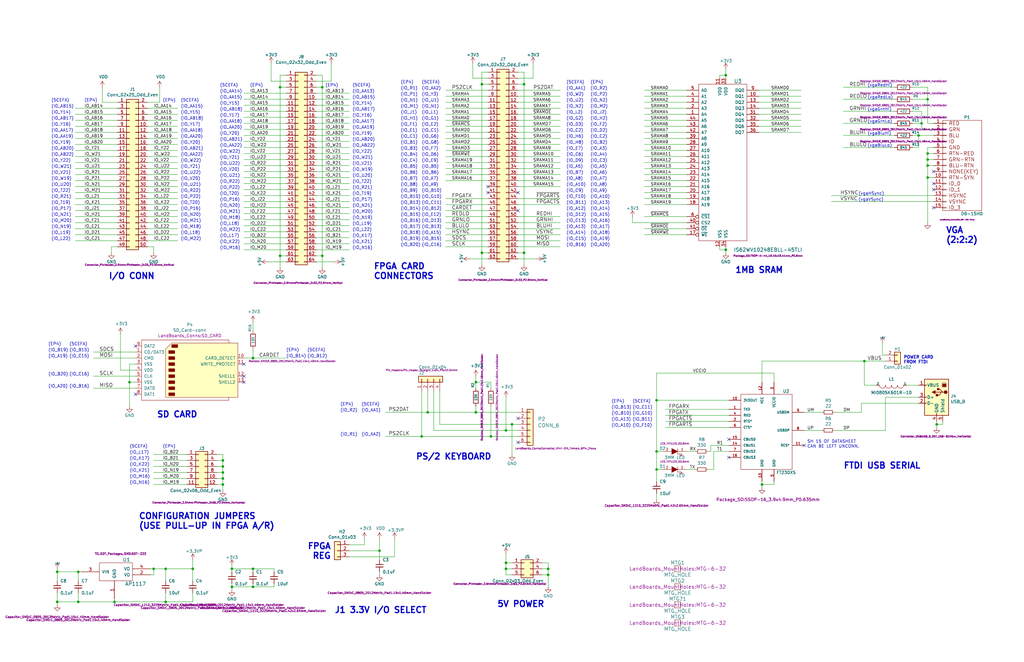
<source format=kicad_sch>
(kicad_sch (version 20211123) (generator eeschema)
  (paper "B")
  (title_block (title "RETRO-EP4CE15") (date "2022-02-11") (rev "4") (company "land-boards.com") (comment 1 "FPGA CARD"))
  (junction (at 93.98 199.39))
  (junction (at 203.2 106.68))
  (junction (at 135.89 107.95))
  (junction (at 391.16 67.31))
  (junction (at 391.16 64.77))
  (junction (at 97.79 247.65))
  (junction (at 394.97 179.07))
  (junction (at 64.77 240.03))
  (junction (at 106.68 151.13))
  (junction (at 81.28 240.03))
  (junction (at 387.35 57.15))
  (junction (at 203.2 35.56))
  (junction (at 69.85 240.03))
  (junction (at 93.98 201.93))
  (junction (at 364.49 152.4))
  (junction (at 180.34 173.99))
  (junction (at 276.86 198.12))
  (junction (at 33.02 241.3))
  (junction (at 24.13 254))
  (junction (at 213.36 181.61))
  (junction (at 200.66 173.99))
  (junction (at 231.14 240.03))
  (junction (at 200.66 161.29))
  (junction (at 106.68 247.65))
  (junction (at 391.16 69.85))
  (junction (at 321.31 204.47))
  (junction (at 215.9 179.07))
  (junction (at 306.07 31.75))
  (junction (at 135.89 36.83))
  (junction (at 391.16 41.91))
  (junction (at 93.98 194.31))
  (junction (at 231.14 242.57))
  (junction (at 118.11 107.95))
  (junction (at 388.62 52.07))
  (junction (at 213.36 240.03))
  (junction (at 306.07 105.41))
  (junction (at 24.13 241.3))
  (junction (at 276.86 190.5))
  (junction (at 33.02 254))
  (junction (at 93.98 196.85))
  (junction (at 220.98 106.68))
  (junction (at 220.98 35.56))
  (junction (at 391.16 74.93))
  (junction (at 177.8 184.15))
  (junction (at 93.98 204.47))
  (junction (at 48.26 254))
  (junction (at 97.79 240.03))
  (junction (at 69.85 254))
  (junction (at 207.01 184.15))
  (junction (at 160.02 232.41))
  (junction (at 276.86 168.91))
  (junction (at 106.68 240.03))
  (junction (at 54.61 161.29))
  (junction (at 118.11 36.83))
  (junction (at 213.36 237.49))
  (no_connect (at 393.7 77.47))
  (no_connect (at 205.74 81.28))
  (no_connect (at 57.15 146.05))
  (no_connect (at 57.15 166.37))
  (no_connect (at 102.87 161.29))
  (no_connect (at 218.44 81.28))
  (no_connect (at 205.74 78.74))
  (no_connect (at 218.44 176.53))
  (no_connect (at 218.44 88.9))
  (no_connect (at 393.7 80.01))
  (no_connect (at 393.7 87.63))
  (no_connect (at 102.87 158.75))
  (no_connect (at 393.7 72.39))
  (no_connect (at 102.87 153.67))
  (no_connect (at 218.44 186.69))
  (no_connect (at 307.34 185.42))
  (no_connect (at 307.34 193.04))
  (no_connect (at 339.09 187.96))
  (wire (pts (xy 78.74 191.77) (xy 64.77 191.77)))
  (wire (pts (xy 120.65 69.85) (xy 102.87 69.85)))
  (wire (pts (xy 236.22 58.42) (xy 218.44 58.42)))
  (wire (pts (xy 321.31 204.47) (xy 321.31 205.74)))
  (wire (pts (xy 205.74 88.9) (xy 187.96 88.9)))
  (wire (pts (xy 394.97 179.07) (xy 394.97 180.34)))
  (wire (pts (xy 391.16 67.31) (xy 391.16 69.85)))
  (wire (pts (xy 205.74 58.42) (xy 187.96 58.42)))
  (wire (pts (xy 289.56 50.8) (xy 271.78 50.8)))
  (wire (pts (xy 289.56 66.04) (xy 271.78 66.04)))
  (wire (pts (xy 218.44 106.68) (xy 220.98 106.68)))
  (wire (pts (xy 224.79 33.02) (xy 224.79 26.67)))
  (wire (pts (xy 337.82 53.34) (xy 320.04 53.34)))
  (wire (pts (xy 49.53 99.06) (xy 31.75 99.06)))
  (wire (pts (xy 120.65 46.99) (xy 102.87 46.99)))
  (wire (pts (xy 49.53 96.52) (xy 31.75 96.52)))
  (wire (pts (xy 236.22 38.1) (xy 218.44 38.1)))
  (wire (pts (xy 236.22 63.5) (xy 218.44 63.5)))
  (wire (pts (xy 321.31 152.4) (xy 321.31 161.29)))
  (wire (pts (xy 74.93 53.34) (xy 62.23 53.34)))
  (wire (pts (xy 205.74 38.1) (xy 187.96 38.1)))
  (wire (pts (xy 46.99 104.14) (xy 46.99 106.68)))
  (wire (pts (xy 377.19 62.23) (xy 355.6 62.23)))
  (wire (pts (xy 93.98 201.93) (xy 93.98 204.47)))
  (wire (pts (xy 205.74 50.8) (xy 187.96 50.8)))
  (wire (pts (xy 236.22 86.36) (xy 218.44 86.36)))
  (wire (pts (xy 236.22 91.44) (xy 218.44 91.44)))
  (wire (pts (xy 135.89 36.83) (xy 135.89 107.95)))
  (wire (pts (xy 120.65 102.87) (xy 102.87 102.87)))
  (wire (pts (xy 120.65 95.25) (xy 102.87 95.25)))
  (wire (pts (xy 207.01 184.15) (xy 218.44 184.15)))
  (wire (pts (xy 147.32 100.33) (xy 133.35 100.33)))
  (wire (pts (xy 299.72 190.5) (xy 298.45 190.5)))
  (wire (pts (xy 231.14 237.49) (xy 231.14 240.03)))
  (wire (pts (xy 97.79 240.03) (xy 106.68 240.03)))
  (wire (pts (xy 276.86 198.12) (xy 276.86 190.5)))
  (wire (pts (xy 236.22 60.96) (xy 218.44 60.96)))
  (wire (pts (xy 384.81 41.91) (xy 391.16 41.91)))
  (wire (pts (xy 213.36 237.49) (xy 213.36 240.03)))
  (wire (pts (xy 307.34 177.8) (xy 280.67 177.8)))
  (wire (pts (xy 97.79 246.38) (xy 97.79 247.65)))
  (wire (pts (xy 135.89 31.75) (xy 135.89 36.83)))
  (wire (pts (xy 236.22 48.26) (xy 218.44 48.26)))
  (wire (pts (xy 147.32 57.15) (xy 133.35 57.15)))
  (wire (pts (xy 289.56 58.42) (xy 271.78 58.42)))
  (wire (pts (xy 69.85 254) (xy 81.28 254)))
  (wire (pts (xy 388.62 46.99) (xy 384.81 46.99)))
  (wire (pts (xy 205.74 101.6) (xy 187.96 101.6)))
  (wire (pts (xy 64.77 104.14) (xy 64.77 106.68)))
  (wire (pts (xy 373.38 167.64) (xy 387.35 167.64)))
  (wire (pts (xy 147.32 87.63) (xy 133.35 87.63)))
  (wire (pts (xy 54.61 161.29) (xy 54.61 171.45)))
  (wire (pts (xy 337.82 40.64) (xy 320.04 40.64)))
  (wire (pts (xy 303.53 33.02) (xy 303.53 31.75)))
  (wire (pts (xy 147.32 62.23) (xy 133.35 62.23)))
  (wire (pts (xy 91.44 194.31) (xy 93.98 194.31)))
  (wire (pts (xy 372.11 149.86) (xy 372.11 144.78)))
  (wire (pts (xy 289.56 93.98) (xy 266.7 93.98)))
  (wire (pts (xy 49.53 48.26) (xy 31.75 48.26)))
  (wire (pts (xy 236.22 101.6) (xy 218.44 101.6)))
  (wire (pts (xy 24.13 254) (xy 24.13 250.19)))
  (wire (pts (xy 236.22 73.66) (xy 218.44 73.66)))
  (wire (pts (xy 67.31 43.18) (xy 67.31 36.83)))
  (wire (pts (xy 215.9 179.07) (xy 215.9 191.77)))
  (wire (pts (xy 205.74 40.64) (xy 187.96 40.64)))
  (wire (pts (xy 303.53 105.41) (xy 303.53 104.14)))
  (wire (pts (xy 74.93 71.12) (xy 62.23 71.12)))
  (wire (pts (xy 231.14 240.03) (xy 231.14 242.57)))
  (wire (pts (xy 231.14 242.57) (xy 231.14 247.65)))
  (wire (pts (xy 57.15 161.29) (xy 54.61 161.29)))
  (wire (pts (xy 147.32 95.25) (xy 133.35 95.25)))
  (wire (pts (xy 200.66 171.45) (xy 200.66 173.99)))
  (wire (pts (xy 393.7 54.61) (xy 388.62 54.61)))
  (wire (pts (xy 120.65 36.83) (xy 118.11 36.83)))
  (wire (pts (xy 147.32 64.77) (xy 133.35 64.77)))
  (wire (pts (xy 220.98 35.56) (xy 220.98 106.68)))
  (wire (pts (xy 289.56 38.1) (xy 271.78 38.1)))
  (wire (pts (xy 74.93 50.8) (xy 62.23 50.8)))
  (wire (pts (xy 220.98 30.48) (xy 220.98 35.56)))
  (wire (pts (xy 266.7 93.98) (xy 266.7 91.44)))
  (wire (pts (xy 97.79 247.65) (xy 97.79 248.92)))
  (wire (pts (xy 205.74 91.44) (xy 187.96 91.44)))
  (wire (pts (xy 377.19 52.07) (xy 355.6 52.07)))
  (wire (pts (xy 166.37 234.95) (xy 166.37 227.33)))
  (wire (pts (xy 177.8 184.15) (xy 207.01 184.15)))
  (wire (pts (xy 93.98 196.85) (xy 93.98 199.39)))
  (wire (pts (xy 118.11 31.75) (xy 118.11 36.83)))
  (wire (pts (xy 49.53 55.88) (xy 31.75 55.88)))
  (wire (pts (xy 49.53 78.74) (xy 31.75 78.74)))
  (wire (pts (xy 33.02 250.19) (xy 33.02 254)))
  (wire (pts (xy 57.15 163.83) (xy 39.37 163.83)))
  (wire (pts (xy 200.66 173.99) (xy 218.44 173.99)))
  (wire (pts (xy 147.32 77.47) (xy 133.35 77.47)))
  (wire (pts (xy 205.74 53.34) (xy 187.96 53.34)))
  (wire (pts (xy 147.32 80.01) (xy 133.35 80.01)))
  (wire (pts (xy 364.49 152.4) (xy 364.49 162.56)))
  (wire (pts (xy 24.13 241.3) (xy 24.13 245.11)))
  (wire (pts (xy 57.15 153.67) (xy 54.61 153.67)))
  (wire (pts (xy 49.53 53.34) (xy 31.75 53.34)))
  (wire (pts (xy 74.93 58.42) (xy 62.23 58.42)))
  (wire (pts (xy 205.74 99.06) (xy 187.96 99.06)))
  (wire (pts (xy 306.07 31.75) (xy 306.07 33.02)))
  (wire (pts (xy 289.56 198.12) (xy 293.37 198.12)))
  (wire (pts (xy 289.56 71.12) (xy 271.78 71.12)))
  (wire (pts (xy 50.8 156.21) (xy 50.8 140.97)))
  (wire (pts (xy 205.74 35.56) (xy 203.2 35.56)))
  (wire (pts (xy 236.22 83.82) (xy 218.44 83.82)))
  (wire (pts (xy 393.7 64.77) (xy 391.16 64.77)))
  (wire (pts (xy 120.65 59.69) (xy 102.87 59.69)))
  (wire (pts (xy 160.02 232.41) (xy 160.02 236.22)))
  (wire (pts (xy 78.74 201.93) (xy 64.77 201.93)))
  (wire (pts (xy 198.12 109.22) (xy 205.74 109.22)))
  (wire (pts (xy 49.53 91.44) (xy 31.75 91.44)))
  (wire (pts (xy 49.53 81.28) (xy 31.75 81.28)))
  (wire (pts (xy 205.74 68.58) (xy 187.96 68.58)))
  (wire (pts (xy 373.38 149.86) (xy 372.11 149.86)))
  (wire (pts (xy 106.68 247.65) (xy 115.57 247.65)))
  (wire (pts (xy 387.35 170.18) (xy 363.22 170.18)))
  (wire (pts (xy 337.82 38.1) (xy 320.04 38.1)))
  (wire (pts (xy 391.16 36.83) (xy 384.81 36.83)))
  (wire (pts (xy 74.93 73.66) (xy 62.23 73.66)))
  (wire (pts (xy 69.85 240.03) (xy 69.85 245.11)))
  (wire (pts (xy 74.93 101.6) (xy 62.23 101.6)))
  (wire (pts (xy 321.31 204.47) (xy 326.39 204.47)))
  (wire (pts (xy 207.01 161.29) (xy 207.01 163.83)))
  (wire (pts (xy 74.93 68.58) (xy 62.23 68.58)))
  (wire (pts (xy 276.86 168.91) (xy 276.86 190.5)))
  (wire (pts (xy 207.01 171.45) (xy 207.01 184.15)))
  (wire (pts (xy 160.02 232.41) (xy 160.02 227.33)))
  (wire (pts (xy 120.65 100.33) (xy 102.87 100.33)))
  (wire (pts (xy 120.65 97.79) (xy 102.87 97.79)))
  (wire (pts (xy 185.42 179.07) (xy 215.9 179.07)))
  (wire (pts (xy 306.07 104.14) (xy 306.07 105.41)))
  (wire (pts (xy 289.56 86.36) (xy 271.78 86.36)))
  (wire (pts (xy 91.44 204.47) (xy 93.98 204.47)))
  (wire (pts (xy 49.53 68.58) (xy 31.75 68.58)))
  (wire (pts (xy 81.28 240.03) (xy 81.28 245.11)))
  (wire (pts (xy 74.93 78.74) (xy 62.23 78.74)))
  (wire (pts (xy 63.5 242.57) (xy 64.77 242.57)))
  (wire (pts (xy 147.32 72.39) (xy 133.35 72.39)))
  (wire (pts (xy 74.93 93.98) (xy 62.23 93.98)))
  (wire (pts (xy 205.74 45.72) (xy 187.96 45.72)))
  (wire (pts (xy 147.32 74.93) (xy 133.35 74.93)))
  (wire (pts (xy 236.22 96.52) (xy 218.44 96.52)))
  (wire (pts (xy 236.22 66.04) (xy 218.44 66.04)))
  (wire (pts (xy 228.6 242.57) (xy 231.14 242.57)))
  (wire (pts (xy 147.32 44.45) (xy 133.35 44.45)))
  (wire (pts (xy 289.56 53.34) (xy 271.78 53.34)))
  (wire (pts (xy 49.53 83.82) (xy 31.75 83.82)))
  (wire (pts (xy 147.32 49.53) (xy 133.35 49.53)))
  (wire (pts (xy 120.65 31.75) (xy 118.11 31.75)))
  (wire (pts (xy 78.74 204.47) (xy 64.77 204.47)))
  (wire (pts (xy 120.65 74.93) (xy 102.87 74.93)))
  (wire (pts (xy 147.32 41.91) (xy 133.35 41.91)))
  (wire (pts (xy 33.02 241.3) (xy 24.13 241.3)))
  (wire (pts (xy 120.65 151.13) (xy 106.68 151.13)))
  (wire (pts (xy 363.22 170.18) (xy 363.22 173.99)))
  (wire (pts (xy 74.93 81.28) (xy 62.23 81.28)))
  (wire (pts (xy 74.93 91.44) (xy 62.23 91.44)))
  (wire (pts (xy 373.38 181.61) (xy 373.38 167.64)))
  (wire (pts (xy 391.16 74.93) (xy 391.16 93.98)))
  (wire (pts (xy 289.56 99.06) (xy 271.78 99.06)))
  (wire (pts (xy 289.56 96.52) (xy 271.78 96.52)))
  (wire (pts (xy 203.2 106.68) (xy 203.2 111.76)))
  (wire (pts (xy 91.44 191.77) (xy 93.98 191.77)))
  (wire (pts (xy 120.65 39.37) (xy 102.87 39.37)))
  (wire (pts (xy 303.53 31.75) (xy 306.07 31.75)))
  (wire (pts (xy 97.79 240.03) (xy 97.79 241.3)))
  (wire (pts (xy 147.32 59.69) (xy 133.35 59.69)))
  (wire (pts (xy 74.93 48.26) (xy 62.23 48.26)))
  (wire (pts (xy 49.53 71.12) (xy 31.75 71.12)))
  (wire (pts (xy 203.2 35.56) (xy 203.2 106.68)))
  (wire (pts (xy 321.31 203.2) (xy 321.31 204.47)))
  (wire (pts (xy 276.86 157.48) (xy 276.86 168.91)))
  (wire (pts (xy 24.13 254) (xy 24.13 255.27)))
  (wire (pts (xy 205.74 55.88) (xy 187.96 55.88)))
  (wire (pts (xy 276.86 203.2) (xy 276.86 198.12)))
  (wire (pts (xy 236.22 53.34) (xy 218.44 53.34)))
  (wire (pts (xy 337.82 45.72) (xy 320.04 45.72)))
  (wire (pts (xy 300.99 190.5) (xy 300.99 198.12)))
  (wire (pts (xy 49.53 88.9) (xy 31.75 88.9)))
  (wire (pts (xy 147.32 85.09) (xy 133.35 85.09)))
  (wire (pts (xy 289.56 83.82) (xy 271.78 83.82)))
  (wire (pts (xy 199.39 33.02) (xy 199.39 26.67)))
  (wire (pts (xy 120.65 72.39) (xy 102.87 72.39)))
  (wire (pts (xy 205.74 30.48) (xy 203.2 30.48)))
  (wire (pts (xy 120.65 92.71) (xy 102.87 92.71)))
  (wire (pts (xy 205.74 66.04) (xy 187.96 66.04)))
  (wire (pts (xy 384.81 52.07) (xy 388.62 52.07)))
  (wire (pts (xy 205.74 60.96) (xy 187.96 60.96)))
  (wire (pts (xy 93.98 199.39) (xy 93.98 201.93)))
  (wire (pts (xy 133.35 110.49) (xy 140.97 110.49)))
  (wire (pts (xy 213.36 233.68) (xy 213.36 237.49)))
  (wire (pts (xy 133.35 34.29) (xy 139.7 34.29)))
  (wire (pts (xy 391.16 41.91) (xy 391.16 36.83)))
  (wire (pts (xy 351.79 173.99) (xy 363.22 173.99)))
  (wire (pts (xy 147.32 105.41) (xy 133.35 105.41)))
  (wire (pts (xy 147.32 102.87) (xy 133.35 102.87)))
  (wire (pts (xy 120.65 52.07) (xy 102.87 52.07)))
  (wire (pts (xy 120.65 64.77) (xy 102.87 64.77)))
  (wire (pts (xy 78.74 196.85) (xy 64.77 196.85)))
  (wire (pts (xy 397.51 179.07) (xy 397.51 177.8)))
  (wire (pts (xy 236.22 104.14) (xy 218.44 104.14)))
  (wire (pts (xy 93.98 191.77) (xy 93.98 194.31)))
  (wire (pts (xy 24.13 240.03) (xy 24.13 241.3)))
  (wire (pts (xy 106.68 139.7) (xy 106.68 135.89)))
  (wire (pts (xy 147.32 90.17) (xy 133.35 90.17)))
  (wire (pts (xy 236.22 50.8) (xy 218.44 50.8)))
  (wire (pts (xy 93.98 204.47) (xy 93.98 207.01)))
  (wire (pts (xy 115.57 247.65) (xy 115.57 246.38)))
  (wire (pts (xy 48.26 252.73) (xy 48.26 254)))
  (wire (pts (xy 205.74 71.12) (xy 187.96 71.12)))
  (wire (pts (xy 69.85 240.03) (xy 81.28 240.03)))
  (wire (pts (xy 49.53 60.96) (xy 31.75 60.96)))
  (wire (pts (xy 120.65 87.63) (xy 102.87 87.63)))
  (wire (pts (xy 394.97 177.8) (xy 394.97 179.07)))
  (wire (pts (xy 339.09 181.61) (xy 346.71 181.61)))
  (wire (pts (xy 326.39 157.48) (xy 326.39 161.29)))
  (wire (pts (xy 120.65 90.17) (xy 102.87 90.17)))
  (wire (pts (xy 307.34 172.72) (xy 280.67 172.72)))
  (wire (pts (xy 147.32 54.61) (xy 133.35 54.61)))
  (wire (pts (xy 391.16 52.07) (xy 391.16 41.91)))
  (wire (pts (xy 34.29 241.3) (xy 33.02 241.3)))
  (wire (pts (xy 205.74 63.5) (xy 187.96 63.5)))
  (wire (pts (xy 307.34 190.5) (xy 300.99 190.5)))
  (wire (pts (xy 74.93 76.2) (xy 62.23 76.2)))
  (wire (pts (xy 139.7 34.29) (xy 139.7 26.67)))
  (wire (pts (xy 236.22 76.2) (xy 218.44 76.2)))
  (wire (pts (xy 377.19 36.83) (xy 355.6 36.83)))
  (wire (pts (xy 391.16 62.23) (xy 391.16 64.77)))
  (wire (pts (xy 228.6 240.03) (xy 231.14 240.03)))
  (wire (pts (xy 200.66 161.29) (xy 207.01 161.29)))
  (wire (pts (xy 63.5 240.03) (xy 64.77 240.03)))
  (wire (pts (xy 74.93 63.5) (xy 62.23 63.5)))
  (wire (pts (xy 387.35 57.15) (xy 384.81 57.15)))
  (wire (pts (xy 299.72 187.96) (xy 299.72 190.5)))
  (wire (pts (xy 78.74 199.39) (xy 64.77 199.39)))
  (wire (pts (xy 49.53 66.04) (xy 31.75 66.04)))
  (wire (pts (xy 81.28 254) (xy 81.28 250.19)))
  (wire (pts (xy 205.74 33.02) (xy 199.39 33.02)))
  (wire (pts (xy 213.36 181.61) (xy 182.88 181.61)))
  (wire (pts (xy 388.62 52.07) (xy 388.62 46.99)))
  (wire (pts (xy 49.53 45.72) (xy 31.75 45.72)))
  (wire (pts (xy 185.42 165.1) (xy 185.42 179.07)))
  (wire (pts (xy 54.61 153.67) (xy 54.61 161.29)))
  (wire (pts (xy 74.93 99.06) (xy 62.23 99.06)))
  (wire (pts (xy 205.74 86.36) (xy 187.96 86.36)))
  (wire (pts (xy 147.32 69.85) (xy 133.35 69.85)))
  (wire (pts (xy 33.02 254) (xy 48.26 254)))
  (wire (pts (xy 236.22 68.58) (xy 218.44 68.58)))
  (wire (pts (xy 205.74 43.18) (xy 187.96 43.18)))
  (wire (pts (xy 307.34 175.26) (xy 280.67 175.26)))
  (wire (pts (xy 377.19 57.15) (xy 355.6 57.15)))
  (wire (pts (xy 147.32 229.87) (xy 153.67 229.87)))
  (wire (pts (xy 162.56 184.15) (xy 177.8 184.15)))
  (wire (pts (xy 49.53 86.36) (xy 31.75 86.36)))
  (wire (pts (xy 120.65 41.91) (xy 102.87 41.91)))
  (wire (pts (xy 57.15 151.13) (xy 39.37 151.13)))
  (wire (pts (xy 135.89 107.95) (xy 135.89 113.03)))
  (wire (pts (xy 69.85 254) (xy 69.85 250.19)))
  (wire (pts (xy 307.34 187.96) (xy 299.72 187.96)))
  (wire (pts (xy 49.53 76.2) (xy 31.75 76.2)))
  (wire (pts (xy 289.56 60.96) (xy 271.78 60.96)))
  (wire (pts (xy 393.7 74.93) (xy 391.16 74.93)))
  (wire (pts (xy 74.93 83.82) (xy 62.23 83.82)))
  (wire (pts (xy 97.79 238.76) (xy 97.79 240.03)))
  (wire (pts (xy 203.2 30.48) (xy 203.2 35.56)))
  (wire (pts (xy 49.53 58.42) (xy 31.75 58.42)))
  (wire (pts (xy 289.56 73.66) (xy 271.78 73.66)))
  (wire (pts (xy 120.65 67.31) (xy 102.87 67.31)))
  (wire (pts (xy 364.49 152.4) (xy 373.38 152.4)))
  (wire (pts (xy 147.32 52.07) (xy 133.35 52.07)))
  (wire (pts (xy 118.11 36.83) (xy 118.11 107.95)))
  (wire (pts (xy 393.7 69.85) (xy 391.16 69.85)))
  (wire (pts (xy 391.16 64.77) (xy 391.16 67.31)))
  (wire (pts (xy 57.15 148.59) (xy 39.37 148.59)))
  (wire (pts (xy 228.6 237.49) (xy 231.14 237.49)))
  (wire (pts (xy 351.79 181.61) (xy 373.38 181.61)))
  (wire (pts (xy 218.44 33.02) (xy 224.79 33.02)))
  (wire (pts (xy 147.32 97.79) (xy 133.35 97.79)))
  (wire (pts (xy 205.74 73.66) (xy 187.96 73.66)))
  (wire (pts (xy 205.74 76.2) (xy 187.96 76.2)))
  (wire (pts (xy 106.68 240.03) (xy 106.68 241.3)))
  (wire (pts (xy 81.28 236.22) (xy 81.28 240.03)))
  (wire (pts (xy 306.07 105.41) (xy 303.53 105.41)))
  (wire (pts (xy 49.53 63.5) (xy 31.75 63.5)))
  (wire (pts (xy 115.57 240.03) (xy 115.57 241.3)))
  (wire (pts (xy 289.56 55.88) (xy 271.78 55.88)))
  (wire (pts (xy 393.7 82.55) (xy 350.52 82.55)))
  (wire (pts (xy 236.22 40.64) (xy 218.44 40.64)))
  (wire (pts (xy 180.34 165.1) (xy 180.34 173.99)))
  (wire (pts (xy 276.86 208.28) (xy 276.86 210.82)))
  (wire (pts (xy 393.7 57.15) (xy 387.35 57.15)))
  (wire (pts (xy 43.18 36.83) (xy 43.18 43.18)))
  (wire (pts (xy 289.56 78.74) (xy 271.78 78.74)))
  (wire (pts (xy 213.36 181.61) (xy 213.36 167.64)))
  (wire (pts (xy 74.93 60.96) (xy 62.23 60.96)))
  (wire (pts (xy 393.7 62.23) (xy 391.16 62.23)))
  (wire (pts (xy 218.44 181.61) (xy 213.36 181.61)))
  (wire (pts (xy 369.57 162.56) (xy 364.49 162.56)))
  (wire (pts (xy 120.65 107.95) (xy 118.11 107.95)))
  (wire (pts (xy 120.65 82.55) (xy 102.87 82.55)))
  (wire (pts (xy 78.74 194.31) (xy 64.77 194.31)))
  (wire (pts (xy 377.19 41.91) (xy 355.6 41.91)))
  (wire (pts (xy 388.62 54.61) (xy 388.62 52.07)))
  (wire (pts (xy 74.93 96.52) (xy 62.23 96.52)))
  (wire (pts (xy 147.32 82.55) (xy 133.35 82.55)))
  (wire (pts (xy 337.82 55.88) (xy 320.04 55.88)))
  (wire (pts (xy 57.15 158.75) (xy 39.37 158.75)))
  (wire (pts (xy 289.56 76.2) (xy 271.78 76.2)))
  (wire (pts (xy 393.7 52.07) (xy 391.16 52.07)))
  (wire (pts (xy 147.32 67.31) (xy 133.35 67.31)))
  (wire (pts (xy 236.22 43.18) (xy 218.44 43.18)))
  (wire (pts (xy 133.35 107.95) (xy 135.89 107.95)))
  (wire (pts (xy 306.07 105.41) (xy 306.07 106.68)))
  (wire (pts (xy 43.18 43.18) (xy 49.53 43.18)))
  (wire (pts (xy 49.53 50.8) (xy 31.75 50.8)))
  (wire (pts (xy 289.56 45.72) (xy 271.78 45.72)))
  (wire (pts (xy 200.66 161.29) (xy 200.66 158.75)))
  (wire (pts (xy 153.67 229.87) (xy 153.67 227.33)))
  (wire (pts (xy 236.22 71.12) (xy 218.44 71.12)))
  (wire (pts (xy 106.68 240.03) (xy 115.57 240.03)))
  (wire (pts (xy 133.35 31.75) (xy 135.89 31.75)))
  (wire (pts (xy 62.23 104.14) (xy 64.77 104.14)))
  (wire (pts (xy 177.8 165.1) (xy 177.8 184.15)))
  (wire (pts (xy 215.9 237.49) (xy 213.36 237.49)))
  (wire (pts (xy 289.56 91.44) (xy 271.78 91.44)))
  (wire (pts (xy 218.44 179.07) (xy 215.9 179.07)))
  (wire (pts (xy 200.66 163.83) (xy 200.66 161.29)))
  (wire (pts (xy 64.77 242.57) (xy 64.77 240.03)))
  (wire (pts (xy 393.7 85.09) (xy 350.52 85.09)))
  (wire (pts (xy 289.56 190.5) (xy 293.37 190.5)))
  (wire (pts (xy 218.44 30.48) (xy 220.98 30.48)))
  (wire (pts (xy 120.65 105.41) (xy 102.87 105.41)))
  (wire (pts (xy 120.65 62.23) (xy 102.87 62.23)))
  (wire (pts (xy 337.82 50.8) (xy 320.04 50.8)))
  (wire (pts (xy 114.3 34.29) (xy 114.3 26.67)))
  (wire (pts (xy 49.53 104.14) (xy 46.99 104.14)))
  (wire (pts (xy 387.35 62.23) (xy 387.35 57.15)))
  (wire (pts (xy 205.74 104.14) (xy 187.96 104.14)))
  (wire (pts (xy 337.82 43.18) (xy 320.04 43.18)))
  (wire (pts (xy 120.65 80.01) (xy 102.87 80.01)))
  (wire (pts (xy 337.82 48.26) (xy 320.04 48.26)))
  (wire (pts (xy 91.44 196.85) (xy 93.98 196.85)))
  (wire (pts (xy 279.4 198.12) (xy 276.86 198.12)))
  (wire (pts (xy 33.02 254) (xy 24.13 254)))
  (wire (pts (xy 384.81 62.23) (xy 387.35 62.23)))
  (wire (pts (xy 162.56 173.99) (xy 180.34 173.99)))
  (wire (pts (xy 48.26 254) (xy 69.85 254)))
  (wire (pts (xy 106.68 147.32) (xy 106.68 151.13)))
  (wire (pts (xy 213.36 242.57) (xy 215.9 242.57)))
  (wire (pts (xy 289.56 63.5) (xy 271.78 63.5)))
  (wire (pts (xy 300.99 198.12) (xy 298.45 198.12)))
  (wire (pts (xy 182.88 181.61) (xy 182.88 165.1)))
  (wire (pts (xy 393.7 67.31) (xy 391.16 67.31)))
  (wire (pts (xy 236.22 99.06) (xy 218.44 99.06)))
  (wire (pts (xy 106.68 247.65) (xy 106.68 246.38)))
  (wire (pts (xy 74.93 55.88) (xy 62.23 55.88)))
  (wire (pts (xy 74.93 88.9) (xy 62.23 88.9)))
  (wire (pts (xy 276.86 190.5) (xy 279.4 190.5)))
  (wire (pts (xy 307.34 180.34) (xy 280.67 180.34)))
  (wire (pts (xy 236.22 78.74) (xy 218.44 78.74)))
  (wire (pts (xy 133.35 36.83) (xy 135.89 36.83)))
  (wire (pts (xy 321.31 152.4) (xy 364.49 152.4)))
  (wire (pts (xy 289.56 81.28) (xy 271.78 81.28)))
  (wire (pts (xy 236.22 55.88) (xy 218.44 55.88)))
  (wire (pts (xy 120.65 77.47) (xy 102.87 77.47)))
  (wire (pts (xy 180.34 173.99) (xy 200.66 173.99)))
  (wire (pts (xy 339.09 173.99) (xy 346.71 173.99)))
  (wire (pts (xy 74.93 45.72) (xy 62.23 45.72)))
  (wire (pts (xy 205.74 93.98) (xy 187.96 93.98)))
  (wire (pts (xy 394.97 179.07) (xy 397.51 179.07)))
  (wire (pts (xy 91.44 199.39) (xy 93.98 199.39)))
  (wire (pts (xy 289.56 68.58) (xy 271.78 68.58)))
  (wire (pts (xy 33.02 241.3) (xy 33.02 245.11)))
  (wire (pts (xy 120.65 44.45) (xy 102.87 44.45)))
  (wire (pts (xy 120.65 34.29) (xy 114.3 34.29)))
  (wire (pts (xy 326.39 203.2) (xy 326.39 204.47)))
  (wire (pts (xy 118.11 107.95) (xy 118.11 113.03)))
  (wire (pts (xy 147.32 92.71) (xy 133.35 92.71)))
  (wire (pts (xy 220.98 106.68) (xy 220.98 111.76)))
  (wire (pts (xy 289.56 48.26) (xy 271.78 48.26)))
  (wire (pts (xy 236.22 93.98) (xy 218.44 93.98)))
  (wire (pts (xy 120.65 57.15) (xy 102.87 57.15)))
  (wire (pts (xy 49.53 73.66) (xy 31.75 73.66)))
  (wire (pts (xy 391.16 69.85) (xy 391.16 74.93)))
  (wire (pts (xy 91.44 201.93) (xy 93.98 201.93)))
  (wire (pts (xy 205.74 48.26) (xy 187.96 48.26)))
  (wire (pts (xy 215.9 240.03) (xy 213.36 240.03)))
  (wire (pts (xy 160.02 241.3) (xy 160.02 242.57)))
  (wire (pts (xy 147.32 232.41) (xy 160.02 232.41)))
  (wire (pts (xy 289.56 40.64) (xy 271.78 40.64)))
  (wire (pts (xy 120.65 54.61) (xy 102.87 54.61)))
  (wire (pts (xy 306.07 31.75) (xy 306.07 29.21)))
  (wire (pts (xy 205.74 83.82) (xy 187.96 83.82)))
  (wire (pts (xy 120.65 49.53) (xy 102.87 49.53)))
  (wire (pts (xy 113.03 110.49) (xy 120.65 110.49)))
  (wire (pts (xy 218.44 35.56) (xy 220.98 35.56)))
  (wire (pts (xy 236.22 45.72) (xy 218.44 45.72)))
  (wire (pts (xy 120.65 85.09) (xy 102.87 85.09)))
  (wire (pts (xy 276.86 157.48) (xy 326.39 157.48)))
  (wire (pts (xy 57.15 156.21) (xy 50.8 156.21)))
  (wire (pts (xy 97.79 247.65) (xy 106.68 247.65)))
  (wire (pts (xy 205.74 106.68) (xy 203.2 106.68)))
  (wire (pts (xy 62.23 43.18) (xy 67.31 43.18)))
  (wire (pts (xy 307.34 168.91) (xy 276.86 168.91)))
  (wire (pts (xy 147.32 39.37) (xy 133.35 39.37)))
  (wire (pts (xy 49.53 93.98) (xy 31.75 93.98)))
  (wire (pts (xy 147.32 234.95) (xy 166.37 234.95)))
  (wire (pts (xy 147.32 46.99) (xy 133.35 46.99)))
  (wire (pts (xy 377.19 46.99) (xy 355.6 46.99)))
  (wire (pts (xy 64.77 240.03) (xy 69.85 240.03)))
  (wire (pts (xy 289.56 43.18) (xy 271.78 43.18)))
  (wire (pts (xy 205.74 96.52) (xy 187.96 96.52)))
  (wire (pts (xy 382.27 162.56) (xy 387.35 162.56)))
  (wire (pts (xy 106.68 151.13) (xy 102.87 151.13)))
  (wire (pts (xy 218.44 109.22) (xy 226.06 109.22)))
  (wire (pts (xy 74.93 86.36) (xy 62.23 86.36)))
  (wire (pts (xy 93.98 194.31) (xy 93.98 196.85)))
  (wire (pts (xy 74.93 66.04) (xy 62.23 66.04)))
  (wire (pts (xy 213.36 240.03) (xy 213.36 242.57)))
  (wire (pts (xy 49.53 101.6) (xy 31.75 101.6)))
  (text "(EP4)" (at 20.32 146.05 0) (effects (font (size 1.27 1.27)) (justify left bottom)))
  (text "(IO_M18)" (at 76.2 96.52 0) (effects (font (size 1.27 1.27)) (justify left bottom)))
  (text "(IO_AB20)" (at 21.59 63.5 0) (effects (font (size 1.27 1.27)) (justify left bottom)))
  (text "(IO_B12)" (at 177.8 88.9 0) (effects (font (size 1.27 1.27)) (justify left bottom)))
  (text "(IO_A15)" (at 248.92 91.44 0) (effects (font (size 1.27 1.27)) (justify left bottom)))
  (text "(IO_A15)" (at 177.8 99.06 0) (effects (font (size 1.27 1.27)) (justify left bottom)))
  (text "SH 15 OF DATASHEET\nCAN BE LEFT UNCONN." (at 340.36 189.23 0) (effects (font (size 1.27 1.27)) (justify left bottom)))
  (text "(IO_Y20)" (at 76.2 60.96 0) (effects (font (size 1.27 1.27)) (justify left bottom)))
  (text "(IO_B14)" (at 120.65 151.13 0) (effects (font (size 1.27 1.27)) (justify left bottom)))
  (text "(EP4)" (at 120.65 148.59 0) (effects (font (size 1.27 1.27)) (justify left bottom)))
  (text "(IO_B4)" (at 168.91 66.04 0) (effects (font (size 1.27 1.27)) (justify left bottom)))
  (text "(IO_AA18)" (at 92.71 52.07 0) (effects (font (size 1.27 1.27)) (justify left bottom)))
  (text "(IO_B2)" (at 248.92 60.96 0) (effects (font (size 1.27 1.27)) (justify left bottom)))
  (text "(IO_B7)" (at 238.76 73.66 0) (effects (font (size 1.27 1.27)) (justify left bottom)))
  (text "(IO_G1)" (at 177.8 50.8 0) (effects (font (size 1.27 1.27)) (justify left bottom)))
  (text "(IO_AB17)" (at 148.59 46.99 0) (effects (font (size 1.27 1.27)) (justify left bottom)))
  (text "(vgaRedHi)" (at 365.76 36.83 0) (effects (font (size 1.27 1.27)) (justify left bottom)))
  (text "(IO_F1)" (at 168.91 53.34 0) (effects (font (size 1.27 1.27)) (justify left bottom)))
  (text "(IO_C2)" (at 238.76 55.88 0) (effects (font (size 1.27 1.27)) (justify left bottom)))
  (text "(IO_A12)" (at 238.76 88.9 0) (effects (font (size 1.27 1.27)) (justify left bottom)))
  (text "(5CEFA)" (at 76.2 43.18 0) (effects (font (size 1.27 1.27)) (justify left bottom)))
  (text "POWER CARD \nFROM FTDI" (at 381 153.67 0) (effects (font (size 1.27 1.27) (thickness 0.254) bold) (justify left bottom)))
  (text "(IO_U20)" (at 148.59 74.93 0) (effects (font (size 1.27 1.27)) (justify left bottom)))
  (text "(IO_B1)" (at 168.91 60.96 0) (effects (font (size 1.27 1.27)) (justify left bottom)))
  (text "(IO_A10)" (at 238.76 78.74 0) (effects (font (size 1.27 1.27)) (justify left bottom)))
  (text "(IO_C15)" (at 238.76 101.6 0) (effects (font (size 1.27 1.27)) (justify left bottom)))
  (text "(IO_W19)" (at 21.59 76.2 0) (effects (font (size 1.27 1.27)) (justify left bottom)))
  (text "(IO_AA2)" (at 177.8 38.1 0) (effects (font (size 1.27 1.27)) (justify left bottom)))
  (text "(IO_B12)" (at 129.54 151.13 0) (effects (font (size 1.27 1.27)) (justify left bottom)))
  (text "(IO_AB18)" (at 92.71 46.99 0) (effects (font (size 1.27 1.27)) (justify left bottom)))
  (text "(IO_D12)" (at 238.76 91.44 0) (effects (font (size 1.27 1.27)) (justify left bottom)))
  (text "(IO_AB22)" (at 148.59 62.23 0) (effects (font (size 1.27 1.27)) (justify left bottom)))
  (text "(IO_P16)" (at 76.2 88.9 0) (effects (font (size 1.27 1.27)) (justify left bottom)))
  (text "(IO_R2)" (at 143.51 173.99 0) (effects (font (size 1.27 1.27)) (justify left bottom)))
  (text "(IO_B10)" (at 257.81 175.26 0) (effects (font (size 1.27 1.27)) (justify left bottom)))
  (text "(IO_U21)" (at 76.2 78.74 0) (effects (font (size 1.27 1.27)) (justify left bottom)))
  (text "(IO_B15)" (at 168.91 91.44 0) (effects (font (size 1.27 1.27)) (justify left bottom)))
  (text "(IO_A9)" (at 248.92 81.28 0) (effects (font (size 1.27 1.27)) (justify left bottom)))
  (text "(IO_AA18)" (at 76.2 55.88 0) (effects (font (size 1.27 1.27)) (justify left bottom)))
  (text "(IO_E9)" (at 177.8 68.58 0) (effects (font (size 1.27 1.27)) (justify left bottom)))
  (text "(IO_M1)" (at 168.91 45.72 0) (effects (font (size 1.27 1.27)) (justify left bottom)))
  (text "(IO_E7)" (at 238.76 63.5 0) (effects (font (size 1.27 1.27)) (justify left bottom)))
  (text "(IO_Y14)" (at 148.59 44.45 0) (effects (font (size 1.27 1.27)) (justify left bottom)))
  (text "(IO_R21)" (at 21.59 83.82 0) (effects (font (size 1.27 1.27)) (justify left bottom)))
  (text "(vgaBluLo)" (at 365.76 62.23 0) (effects (font (size 1.27 1.27)) (justify left bottom)))
  (text "FTDI USB SERIAL" (at 355.6 198.12 0) (effects (font (size 2.54 2.54) (thickness 0.508) bold) (justify left bottom)))
  (text "(IO_C4)" (at 168.91 68.58 0) (effects (font (size 1.27 1.27)) (justify left bottom)))
  (text "(IO_AA2)" (at 152.4 184.15 0) (effects (font (size 1.27 1.27)) (justify left bottom)))
  (text "(IO_L2)" (at 238.76 48.26 0) (effects (font (size 1.27 1.27)) (justify left bottom)))
  (text "(IO_A13)" (at 238.76 96.52 0) (effects (font (size 1.27 1.27)) (justify left bottom)))
  (text "(IO_N21)" (at 148.59 87.63 0) (effects (font (size 1.27 1.27)) (justify left bottom)))
  (text "(IO_Y21)" (at 76.2 71.12 0) (effects (font (size 1.27 1.27)) (justify left bottom)))
  (text "(IO_L18)" (at 92.71 95.25 0) (effects (font (size 1.27 1.27)) (justify left bottom)))
  (text "(IO_W22)" (at 76.2 68.58 0) (effects (font (size 1.27 1.27)) (justify left bottom)))
  (text "(IO_A17)" (at 248.92 96.52 0) (effects (font (size 1.27 1.27)) (justify left bottom)))
  (text "(IO_D9)" (at 238.76 68.58 0) (effects (font (size 1.27 1.27)) (justify left bottom)))
  (text "(IO_M20)" (at 148.59 90.17 0) (effects (font (size 1.27 1.27)) (justify left bottom)))
  (text "(IO_E12)" (at 177.8 91.44 0) (effects (font (size 1.27 1.27)) (justify left bottom)))
  (text "(IO_F7)" (at 177.8 63.5 0) (effects (font (size 1.27 1.27)) (justify left bottom)))
  (text "(IO_K17)" (at 148.59 100.33 0) (effects (font (size 1.27 1.27)) (justify left bottom)))
  (text "(IO_K21)" (at 148.59 102.87 0) (effects (font (size 1.27 1.27)) (justify left bottom)))
  (text "(IO_C1)" (at 168.91 58.42 0) (effects (font (size 1.27 1.27)) (justify left bottom)))
  (text "(IO_AA20)" (at 92.71 54.61 0) (effects (font (size 1.27 1.27)) (justify left bottom)))
  (text "(EP4)" (at 35.56 43.18 0) (effects (font (size 1.27 1.27)) (justify left bottom)))
  (text "(IO_M22)" (at 76.2 101.6 0) (effects (font (size 1.27 1.27)) (justify left bottom)))
  (text "(IO_U1)" (at 177.8 43.18 0) (effects (font (size 1.27 1.27)) (justify left bottom)))
  (text "(IO_B3)" (at 168.91 63.5 0) (effects (font (size 1.27 1.27)) (justify left bottom)))
  (text "(IO_D6)" (at 177.8 66.04 0) (effects (font (size 1.27 1.27)) (justify left bottom)))
  (text "(IO_D13)" (at 177.8 93.98 0) (effects (font (size 1.27 1.27)) (justify left bottom)))
  (text "PS/2 KEYBOARD" (at 175.26 194.31 0) (effects (font (size 2.54 2.54) (thickness 0.508) bold) (justify left bottom)))
  (text "(IO_L19)" (at 21.59 99.06 0) (effects (font (size 1.27 1.27)) (justify left bottom)))
  (text "(IO_B11)" (at 266.7 177.8 0) (effects (font (size 1.27 1.27)) (justify left bottom)))
  (text "(IO_A13)" (at 257.81 177.8 0) (effects (font (size 1.27 1.27)) (justify left bottom)))
  (text "(IO_Y22)" (at 21.59 68.58 0) (effects (font (size 1.27 1.27)) (justify left bottom)))
  (text "(IO_B6)" (at 168.91 73.66 0) (effects (font (size 1.27 1.27)) (justify left bottom)))
  (text "(IO_A19)" (at 20.32 151.13 0) (effects (font (size 1.27 1.27)) (justify left bottom)))
  (text "(5CEFA)" (at 92.71 36.83 0) (effects (font (size 1.27 1.27)) (justify left bottom)))
  (text "(IO_Y22)" (at 148.59 64.77 0) (effects (font (size 1.27 1.27)) (justify left bottom)))
  (text "(IO_N19)" (at 21.59 96.52 0) (effects (font (size 1.27 1.27)) (justify left bottom)))
  (text "(5CEFA)" (at 29.21 146.05 0) (effects (font (size 1.27 1.27)) (justify left bottom)))
  (text "(IO_P16)" (at 92.71 85.09 0) (effects (font (size 1.27 1.27)) (justify left bottom)))
  (text "(IO_B13)" (at 177.8 96.52 0) (effects (font (size 1.27 1.27)) (justify left bottom)))
  (text "(IO_P1)" (at 168.91 40.64 0) (effects (font (size 1.27 1.27)) (justify left bottom)))
  (text "(IO_L19)" (at 148.59 95.25 0) (effects (font (size 1.27 1.27)) (justify left bottom)))
  (text "(IO_R22)" (at 92.71 77.47 0) (effects (font (size 1.27 1.27)) (justify left bottom)))
  (text "(IO_B10)" (at 168.91 83.82 0) (effects (font (size 1.27 1.27)) (justify left bottom)))
  (text "(IO_B20)" (at 20.32 158.75 0) (effects (font (size 1.27 1.27)) (justify left bottom)))
  (text "(IO_B5)" (at 177.8 71.12 0) (effects (font (size 1.27 1.27)) (justify left bottom)))
  (text "(IO_M21)" (at 76.2 93.98 0) (effects (font (size 1.27 1.27)) (justify left bottom)))
  (text "(IO_W21)" (at 148.59 67.31 0) (effects (font (size 1.27 1.27)) (justify left bottom)))
  (text "(EP4)" (at 68.58 43.18 0) (effects (font (size 1.27 1.27)) (justify left bottom)))
  (text "(IO_AA19)" (at 148.59 54.61 0) (effects (font (size 1.27 1.27)) (justify left bottom)))
  (text "(IO_L22)" (at 148.59 97.79 0) (effects (font (size 1.27 1.27)) (justify left bottom)))
  (text "(IO_AB17)" (at 21.59 50.8 0) (effects (font (size 1.27 1.27)) (justify left bottom)))
  (text "(IO_A10)" (at 248.92 83.82 0) (effects (font (size 1.27 1.27)) (justify left bottom)))
  (text "(IO_D3)" (at 238.76 53.34 0) (effects (font (size 1.27 1.27)) (justify left bottom)))
  (text "(IO_N20)" (at 92.71 87.63 0) (effects (font (size 1.27 1.27)) (justify left bottom)))
  (text "(5CEFA)" (at 129.54 148.59 0) (effects (font (size 1.27 1.27)) (justify left bottom)))
  (text "I/O CONN" (at 45.72 118.11 0) (effects (font (size 2.54 2.54) (thickness 0.508) bold) (justify left bottom)))
  (text "(IO_A8)" (at 238.76 76.2 0) (effects (font (size 1.27 1.27)) (justify left bottom)))
  (text "(IO_Y20)" (at 92.71 57.15 0) (effects (font (size 1.27 1.27)) (justify left bottom)))
  (text "(IO_C2)" (at 248.92 58.42 0) (effects (font (size 1.27 1.27)) (justify left bottom)))
  (text "(IO_E1)" (at 168.91 55.88 0) (effects (font (size 1.27 1.27)) (justify left bottom)))
  (text "(IO_D2)" (at 248.92 55.88 0) (effects (font (size 1.27 1.27)) (justify left bottom)))
  (text "(IO_C11)" (at 177.8 86.36 0) (effects (font (size 1.27 1.27)) (justify left bottom)))
  (text "(IO_B7)" (at 168.91 76.2 0) (effects (font (size 1.27 1.27)) (justify left bottom)))
  (text "(IO_C15)" (at 29.21 151.13 0) (effects (font (size 1.27 1.27)) (justify left bottom)))
  (text "(vgaBluHi)" (at 365.76 57.15 0) (effects (font (size 1.27 1.27)) (justify left bottom)))
  (text "(IO_Y19)" (at 148.59 57.15 0) (effects (font (size 1.27 1.27)) (justify left bottom)))
  (text "(IO_H2)" (at 248.92 50.8 0) (effects (font (size 1.27 1.27)) (justify left bottom)))
  (text "(IO_P17)" (at 21.59 88.9 0) (effects (font (size 1.27 1.27)) (justify left bottom)))
  (text "(IO_L1)" (at 177.8 48.26 0) (effects (font (size 1.27 1.27)) (justify left bottom)))
  (text "(vgaHSync)" (at 361.95 82.55 0) (effects (font (size 1.27 1.27)) (justify left bottom)))
  (text "(EP4)" (at 137.16 36.83 0) (effects (font (size 1.27 1.27)) (justify left bottom)))
  (text "(EP4)" (at 143.51 171.45 0) (effects (font (size 1.27 1.27)) (justify left bottom)))
  (text "(IO_A7)" (at 177.8 76.2 0) (effects (font (size 1.27 1.27)) (justify left bottom)))
  (text "(IO_H8)" (at 238.76 60.96 0) (effects (font (size 1.27 1.27)) (justify left bottom)))
  (text "(IO_A18)" (at 248.92 99.06 0) (effects (font (size 1.27 1.27)) (justify left bottom)))
  (text "(IO_J2)" (at 248.92 48.26 0) (effects (font (size 1.27 1.27)) (justify left bottom)))
  (text "(IO_P17)" (at 148.59 85.09 0) (effects (font (size 1.27 1.27)) (justify left bottom)))
  (text "(IO_N16)" (at 148.59 105.41 0) (effects (font (size 1.27 1.27)) (justify left bottom)))
  (text "CONFIGURATION JUMPERS\n(USE PULL-UP IN FPGA A/R)" (at 58.42 223.52 0) (effects (font (size 2.54 2.54) (thickness 0.508) bold) (justify left bottom)))
  (text "(IO_R21)" (at 148.59 80.01 0) (effects (font (size 1.27 1.27)) (justify left bottom)))
  (text "(IO_C16)" (at 29.21 158.75 0) (effects (font (size 1.27 1.27)) (justify left bottom)))
  (text "(IO_K21)" (at 54.61 199.39 0) (effects (font (size 1.27 1.27)) (justify left bottom)))
  (text "(IO_Y17)" (at 76.2 53.34 0) (effects (font (size 1.27 1.27)) (justify left bottom)))
  (text "(IO_AA13)" (at 148.59 39.37 0) (effects (font (size 1.27 1.27)) (justify left bottom)))
  (text "(IO_G8)" (at 177.8 60.96 0) (effects (font (size 1.27 1.27)) (justify left bottom)))
  (text "(IO_N20)" (at 76.2 91.44 0) (effects (font (size 1.27 1.27)) (justify left bottom)))
  (text "(IO_A19)" (at 248.92 101.6 0) (effects (font (size 1.27 1.27)) (justify left bottom)))
  (text "(IO_V20)" (at 92.71 72.39 0) (effects (font (size 1.27 1.27)) (justify left bottom)))
  (text "5V POWER" (at 209.55 256.54 0) (effects (font (size 2.54 2.54) (thickness 0.508) bold) (justify left bottom)))
  (text "(IO_AB21)" (at 92.71 59.69 0) (effects (font (size 1.27 1.27)) (justify left bottom)))
  (text "(IO_P22)" (at 76.2 83.82 0) (effects (font (size 1.27 1.27)) (justify left bottom)))
  (text "(IO_AA22)" (at 92.71 62.23 0) (effects (font (size 1.27 1.27)) (justify left bottom)))
  (text "(IO_AB15)" (at 21.59 45.72 0) (effects (font (size 1.27 1.27)) (justify left bottom)))
  (text "(IO_A16)" (at 248.92 93.98 0) (effects (font (size 1.27 1.27)) (justify left bottom)))
  (text "(IO_F10)" (at 266.7 180.34 0) (effects (font (size 1.27 1.27)) (justify left bottom)))
  (text "(IO_A20)" (at 20.32 163.83 0) (effects (font (size 1.27 1.27)) (justify left bottom)))
  (text "(IO_M18)" (at 92.71 92.71 0) (effects (font (size 1.27 1.27)) (justify left bottom)))
  (text "(IO_A7)" (at 248.92 76.2 0) (effects (font (size 1.27 1.27)) (justify left bottom)))
  (text "(IO_G10)" (at 266.7 175.26 0) (effects (font (size 1.27 1.27)) (justify left bottom)))
  (text "(IO_AA1)" (at 238.76 38.1 0) (effects (font (size 1.27 1.27)) (justify left bottom)))
  (text "(IO_R22)" (at 76.2 81.28 0) (effects (font (size 1.27 1.27)) (justify left bottom)))
  (text "(IO_N2)" (at 238.76 45.72 0) (effects (font (size 1.27 1.27)) (justify left bottom)))
  (text "(5CEFA)" (at 177.8 35.56 0) (effects (font (size 1.27 1.27)) (justify left bottom)))
  (text "(IO_U20)" (at 21.59 78.74 0) (effects (font (size 1.27 1.27)) (justify left bottom)))
  (text "(IO_U2)" (at 238.76 43.18 0) (effects (font (size 1.27 1.27)) (justify left bottom)))
  (text "(IO_Y16)" (at 21.59 53.34 0) (effects (font (size 1.27 1.27)) (justify left bottom)))
  (text "(IO_K22)" (at 54.61 196.85 0) (effects (font (size 1.27 1.27)) (justify left bottom)))
  (text "(IO_M21)" (at 92.71 90.17 0) (effects (font (size 1.27 1.27)) (justify left bottom)))
  (text "(IO_A6)" (at 248.92 73.66 0) (effects (font (size 1.27 1.27)) (justify left bottom)))
  (text "(5CEFA)" (at 266.7 170.18 0) (effects (font (size 1.27 1.27)) (justify left bottom)))
  (text "(IO_G2)" (at 238.76 50.8 0) (effects (font (size 1.27 1.27)) (justify left bottom)))
  (text "(IO_B15)" (at 29.21 148.59 0) (effects (font (size 1.27 1.27)) (justify left bottom)))
  (text "(5CEFA)" (at 54.61 189.23 0) (effects (font (size 1.27 1.27)) (justify left bottom)))
  (text "(IO_U22)" (at 92.71 69.85 0) (effects (font (size 1.27 1.27)) (justify left bottom)))
  (text "FPGA\nREG" (at 139.7 236.22 180) (effects (font (size 2.54 2.54) (thickness 0.508) bold) (justify right bottom)))
  (text "(IO_A9)" (at 177.8 78.74 0) (effects (font (size 1.27 1.27)) (justify left bottom)))
  (text "(IO_M20)" (at 21.59 93.98 0) (effects (font (size 1.27 1.27)) (justify left bottom)))
  (text "(IO_A5)" (at 248.92 71.12 0) (effects (font (size 1.27 1.27)) (justify left bottom)))
  (text "(vgaGrnHi)" (at 365.76 46.99 0) (effects (font (size 1.27 1.27)) (justify left bottom)))
  (text "(IO_C1)" (at 177.8 55.88 0) (effects (font (size 1.27 1.27)) (justify left bottom)))
  (text "(IO_B8)" (at 168.91 78.74 0) (effects (font (size 1.27 1.27)) (justify left bottom)))
  (text "(IO_W19)" (at 148.59 72.39 0) (effects (font (size 1.27 1.27)) (justify left bottom)))
  (text "(IO_B17)" (at 168.91 96.52 0) (effects (font (size 1.27 1.27)) (justify left bottom)))
  (text "(IO_A14)" (at 238.76 99.06 0) (effects (font (size 1.27 1.27)) (justify left bottom)))
  (text "(EP4)" (at 105.41 36.83 0) (effects (font (size 1.27 1.27)) (justify left bottom)))
  (text "(IO_AB18)" (at 76.2 50.8 0) (effects (font (size 1.27 1.27)) (justify left bottom)))
  (text "(IO_Y21)" (at 92.71 67.31 0) (effects (font (size 1.27 1.27)) (justify left bottom)))
  (text "(IO_AA17)" (at 148.59 52.07 0) (effects (font (size 1.27 1.27)) (justify left bottom)))
  (text "(IO_H1)" (at 168.91 50.8 0) (effects (font (size 1.27 1.27)) (justify left bottom)))
  (text "(IO_AA15)" (at 76.2 45.72 0) (effects (font (size 1.27 1.27)) (justify left bottom)))
  (text "(IO_AA15)" (at 92.71 41.91 0) (effects (font (size 1.27 1.27)) (justify left bottom)))
  (text "(IO_M2)" (at 248.92 45.72 0) (effects (font (size 1.27 1.27)) (justify left bottom)))
  (text "(IO_B15)" (at 177.8 101.6 0) (effects (font (size 1.27 1.27)) (justify left bottom)))
  (text "(IO_B16)" (at 168.91 93.98 0) (effects (font (size 1.27 1.27)) (justify left bottom)))
  (text "(IO_Y19)" (at 21.59 60.96 0) (effects (font (size 1.27 1.27)) (justify left bottom)))
  (text "(IO_R2)" (at 248.92 38.1 0) (effects (font (size 1.27 1.27)) (justify left bottom)))
  (text "(IO_AB21)" (at 76.2 63.5 0) (effects (font (size 1.27 1.27)) (justify left bottom)))
  (text "(IO_N2)" (at 248.92 43.18 0) (effects (font (size 1.27 1.27)) (justify left bottom)))
  (text "(IO_C9)" (at 238.76 81.28 0) (effects (font (size 1.27 1.27)) (justify left bottom)))
  (text "(5CEFA)" (at 148.59 36.83 0) (effects (font (size 1.27 1.27)) (justify left bottom)))
  (text "(IO_W22)" (at 92.71 64.77 0) (effects (font (size 1.27 1.27)) (justify left bottom)))
  (text "1MB SRAM" (at 309.88 115.57 0) (effects (font (size 2.54 2.54) (thickness 0.508) bold) (justify left bottom)))
  (text "(IO_B16)" (at 238.76 104.14 0) (effects (font (size 1.27 1.27)) (justify left bottom)))
  (text "(IO_AA20)" (at 76.2 58.42 0) (effects (font (size 1.27 1.27)) (justify left bottom)))
  (text "(IO_A8)" (at 248.92 78.74 0) (effects (font (size 1.27 1.27)) (justify left bottom)))
  (text "(IO_Y14)" (at 21.59 48.26 0) (effects (font (size 1.27 1.27)) (justify left bottom)))
  (text "(IO_B13)" (at 257.81 172.72 0) (effects (font (size 1.27 1.27)) (justify left bottom)))
  (text "(IO_A5)" (at 238.76 71.12 0) (effects (font (size 1.27 1.27)) (justify left bottom)))
  (text "(IO_G6)" (at 177.8 58.42 0) (effects (font (size 1.27 1.27)) (justify left bottom)))
  (text "(IO_B5)" (at 168.91 71.12 0) (effects (font (size 1.27 1.27)) (justify left bottom)))
  (text "(IO_G10)" (at 177.8 83.82 0) (effects (font (size 1.27 1.27)) (justify left bottom)))
  (text "(IO_C16)" (at 177.8 104.14 0) (effects (font (size 1.27 1.27)) (justify left bottom)))
  (text "(IO_K22)" (at 92.71 102.87 0) (effects (font (size 1.27 1.27)) (justify left bottom)))
  (text "(IO_L18)" (at 76.2 99.06 0) (effects (font (size 1.27 1.27)) (justify left bottom)))
  (text "(IO_AA14)" (at 92.71 39.37 0) (effects (font (size 1.27 1.27)) (justify left bottom)))
  (text "(vgaVSync)" (at 361.95 85.09 0) (effects (font (size 1.27 1.27)) (justify left bottom)))
  (text "(IO_E2)" (at 177.8 53.34 0) (effects (font (size 1.27 1.27)) (justify left bottom)))
  (text "(IO_P22)" (at 92.71 80.01 0) (effects (font (size 1.27 1.27)) (justify left bottom)))
  (text "SD CARD" (at 66.04 176.53 0) (effects (font (size 2.54 2.54) (thickness 0.508) bold) (justify left bottom)))
  (text "(IO_B9)" (at 168.91 81.28 0) (effects (font (size 1.27 1.27)) (justify left bottom)))
  (text "(IO_F2)" (at 248.92 53.34 0) (effects (font (size 1.27 1.27)) (justify left bottom)))
  (text "(IO_B10)" (at 177.8 81.28 0) (effects (font (size 1.27 1.27)) (justify left bottom)))
  (text "(IO_B13)" (at 168.91 86.36 0) (effects (font (size 1.27 1.27)) (justify left bottom)))
  (text "(IO_AB15)" (at 148.59 41.91 0) (effects (font (size 1.27 1.27)) (justify left bottom)))
  (text "(EP4)" (at 68.58 189.23 0) (effects (font (size 1.27 1.27)) (justify left bottom)))
  (text "(IO_C3)" (at 248.92 68.58 0) (effects (font (size 1.27 1.27)) (justify left bottom)))
  (text "(IO_Y15)" (at 92.71 44.45 0) (effects (font (size 1.27 1.27)) (justify left bottom)))
  (text "(IO_V21)" (at 21.59 73.66 0) (effects (font (size 1.27 1.27)) (justify left bottom)))
  (text "(IO_A13)" (at 248.92 86.36 0) (effects (font (size 1.27 1.27)) (justify left bottom)))
  (text "(IO_W2)" (at 238.76 40.64 0) (effects (font (size 1.27 1.27)) (justify left bottom)))
  (text "(IO_AA22)" (at 76.2 66.04 0) (effects (font (size 1.27 1.27)) (justify left bottom)))
  (text "(IO_T22)" (at 21.59 81.28 0) (effects (font (size 1.27 1.27)) (justify left bottom)))
  (text "(IO_A4)" (at 248.92 66.04 0) (effects (font (size 1.27 1.27)) (justify left bottom)))
  (text "(IO_M22)" (at 92.71 97.79 0) (effects (font (size 1.27 1.27)) (justify left bottom)))
  (text "(IO_V21)" (at 148.59 69.85 0) (effects (font (size 1.27 1.27)) (justify left bottom)))
  (text "(IO_R1)" (at 168.91 38.1 0) (effects (font (size 1.27 1.27)) (justify left bottom)))
  (text "(IO_L17)" (at 54.61 191.77 0) (effects (font (size 1.27 1.27)) (justify left bottom)))
  (text "(IO_L17)" (at 92.71 100.33 0) (effects (font (size 1.27 1.27)) (justify left bottom)))
  (text "(IO_B11)" (at 238.76 86.36 0) (effects (font (size 1.27 1.27)) (justify left bottom)))
  (text "(5CEFA)" (at 238.76 35.56 0) (effects (font (size 1.27 1.27)) (justify left bottom)))
  (text "(IO_L22)" (at 21.59 101.6 0) (effects (font (size 1.27 1.27)) (justify left bottom)))
  (text "(IO_C6)" (at 238.76 66.04 0) (effects (font (size 1.27 1.27)) (justify left bottom)))
  (text "(IO_Y17)" (at 92.71 49.53 0) (effects (font (size 1.27 1.27)) (justify left bottom)))
  (text "(IO_T19)" (at 21.59 86.36 0) (effects (font (size 1.27 1.27)) (justify left bottom)))
  (text "(IO_P2)" (at 248.92 40.64 0) (effects (font (size 1.27 1.27)) (justify left bottom)))
  (text "VGA\n(2:2:2)" (at 398.78 102.87 0) (effects (font (size 2.54 2.54) (thickness 0.508) bold) (justify left bottom)))
  (text "(IO_C13)" (at 238.76 93.98 0) (effects (font (size 1.27 1.27)) (justify left bottom)))
  (text "J1 3.3V I/O SELECT" (at 140.97 259.08 0) (effects (font (size 2.54 2.54) (thickness 0.508) bold) (justify left bottom)))
  (text "(IO_U21)" (at 92.71 74.93 0) (effects (font (size 1.27 1.27)) (justify left bottom)))
  (text "(IO_N19)" (at 148.59 92.71 0) (effects (font (size 1.27 1.27)) (justify left bottom)))
  (text "(IO_B20)" (at 168.91 104.14 0) (effects (font (size 1.27 1.27)) (justify left bottom)))
  (text "(IO_M16)" (at 54.61 201.93 0) (effects (font (size 1.27 1.27)) (justify left bottom)))
  (text "(IO_A20)" (at 248.92 104.14 0) (effects (font (size 1.27 1.27)) (justify left bottom)))
  (text "(5CEFA)" (at 21.59 43.18 0) (effects (font (size 1.27 1.27)) (justify left bottom)))
  (text "(IO_B19)" (at 168.91 101.6 0) (effects (font (size 1.27 1.27)) (justify left bottom)))
  (text "(IO_N1)" (at 177.8 45.72 0) (effects (font (size 1.27 1.27)) (justify left bottom)))
  (text "(EP4)" (at 168.91 35.56 0) (effects (font (size 1.27 1.27)) (justify left bottom)))
  (text "(IO_B14)" (at 168.91 88.9 0) (effects (font (size 1.27 1.27)) (justify left bottom)))
  (text "(IO_W21)" (at 21.59 71.12 0) (effects (font (size 1.27 1.27)) (justify left bottom)))
  (text "(IO_B6)" (at 177.8 73.66 0) (effects (font (size 1.27 1.27)) (justify left bottom)))
  (text "(IO_V20)" (at 76.2 76.2 0) (effects (font (size 1.27 1.27)) (justify left bottom)))
  (text "(IO_N21)" (at 21.59 91.44 0) (effects (font (size 1.27 1.27)) (justify left bottom)))
  (text "(IO_T22)" (at 148.59 77.47 0) (effects (font (size 1.27 1.27)) (justify left bottom)))
  (text "(IO_J1)" (at 168.91 48.26 0) (effects (font (size 1.27 1.27)) (justify left bottom)))
  (text "(IO_Y3)" (at 177.8 40.64 0) (effects (font (size 1.27 1.27)) (justify left bottom)))
  (text "(vgaRedLo)" (at 365.76 41.91 0) (effects (font (size 1.27 1.27)) (justify left bottom)))
  (text "(IO_N1)" (at 168.91 43.18 0) (effects (font (size 1.27 1.27)) (justify left bottom)))
  (text "(IO_T20)" (at 92.71 82.55 0) (effects (font (size 1.27 1.27)) (justify left bottom)))
  (text "(IO_F10)" (at 238.76 83.82 0) (effects (font (size 1.27 1.27)) (justify left bottom)))
  (text "(IO_Y16)" (at 148.59 49.53 0) (effects (font (size 1.27 1.27)) (justify left bottom)))
  (text "(IO_R1)" (at 143.51 184.15 0) (effects (font (size 1.27 1.27)) (justify left bottom)))
  (text "(IO_A10)" (at 257.81 180.34 0) (effects (font (size 1.27 1.27)) (justify left bottom)))
  (text "(IO_T20)" (at 76.2 86.36 0) (effects (font (size 1.27 1.27)) (justify left bottom)))
  (text "(IO_AB22)" (at 21.59 66.04 0) (effects (font (size 1.27 1.27)) (justify left bottom)))
  (text "(IO_B19)" (at 20.32 148.59 0) (effects (font (size 1.27 1.27)) (justify left bottom)))
  (text "(IO_H6)" (at 238.76 58.42 0) (effects (font (size 1.27 1.27)) (justify left bottom)))
  (text "(IO_U22)" (at 76.2 73.66 0) (effects (font (size 1.27 1.27)) (justify left bottom)))
  (text "(IO_AA1)" (at 152.4 173.99 0) (effects (font (size 1.27 1.27)) (justify left bottom)))
  (text "(IO_AA19)" (at 21.59 58.42 0) (effects (font (size 1.27 1.27)) (justify left bottom)))
  (text "(EP4)" (at 248.92 35.56 0) (effects (font (size 1.27 1.27)) (justify left bottom)))
  (text "(IO_AB20)" (at 148.59 59.69 0) (effects (font (size 1.27 1.27)) (justify left bottom)))
  (text "(IO_B18)" (at 168.91 99.06 0) (effects (font (size 1.27 1.27)) (justify left bottom)))
  (text "(IO_N16)" (at 54.61 204.47 0) (effects (font (size 1.27 1.27)) (justify left bottom)))
  (text "(EP4)" (at 257.81 170.18 0) (effects (font (size 1.27 1.27)) (justify left bottom)))
  (text "(IO_C11)" (at 266.7 172.72 0) (effects (font (size 1.27 1.27)) (justify left bottom)))
  (text "(IO_T19)" (at 148.59 82.55 0) (effects (font (size 1.27 1.27)) (justify left bottom)))
  (text "(IO_Y15)" (at 76.2 48.26 0) (effects (font (size 1.27 1.27)) (justify left bottom)))
  (text "FPGA CARD\nCONNECTORS" (at 157.48 118.11 0) (effects (font (size 2.54 2.54) (thickness 0.508) bold) (justify left bottom)))
  (text "(IO_K17)" (at 54.61 194.31 0) (effects (font (size 1.27 1.27)) (justify left bottom)))
  (text "(IO_A3)" (at 248.92 63.5 0) (effects (font (size 1.27 1.27)) (justify left bottom)))
  (text "(IO_B16)" (at 29.21 163.83 0) (effects (font (size 1.27 1.27)) (justify left bottom)))
  (text "(IO_AA17)" (at 21.59 55.88 0) (effects (font (size 1.27 1.27)) (justify left bottom)))
  (text "(vgaGrnLo)" (at 365.76 52.07 0) (effects (font (size 1.27 1.27)) (justify left bottom)))
  (text "(IO_M16)" (at 92.71 105.41 0) (effects (font (size 1.27 1.27)) (justify left bottom)))
  (text "(IO_A14)" (at 248.92 88.9 0) (effects (font (size 1.27 1.27)) (justify left bottom)))
  (text "(5CEFA)" (at 152.4 171.45 0) (effects (font (size 1.27 1.27)) (justify left bottom)))
  (label "SRAMD0" (at 325.12 38.1 0))
  (label "IO_U22" (at 105.41 67.31 0))
  (label "CARDET" (at 109.22 151.13 0) (effects (font (size 1.524 1.524))))
  (label "IO_E21" (at 137.16 92.71 0))
  (label "HSYNC" (at 190.5 99.06 0) (effects (font (size 1.524 1.524))))
  (label "DM" (at 355.6 173.99 0))
  (label "SRAMA13" (at 274.32 71.12 0))
  (label "VCCIO" (at 292.1 157.48 0))
  (label "IO_L22" (at 64.77 83.82 0))
  (label "R1" (at 302.26 187.96 0))
  (label "GRNHI" (at 226.06 93.98 0) (effects (font (size 1.524 1.524))))
  (label "IO_C22" (at 105.41 97.79 0))
  (label "SRAMA4" (at 274.32 48.26 0))
  (label "BLUHI" (at 358.14 57.15 0) (effects (font (size 1.524 1.524))))
  (label "IO_M20" (at 105.41 105.41 0))
  (label "IO_AA14" (at 64.77 45.72 0))
  (label "GRNLO" (at 190.5 93.98 0) (effects (font (size 1.524 1.524))))
  (label "IO_AB17" (at 35.56 53.34 0))
  (label "IO_F21" (at 137.16 90.17 0))
  (label "SRAMA9" (at 274.32 60.96 0))
  (label "IO_C21" (at 137.16 97.79 0))
  (label "IO_AA15" (at 64.77 48.26 0))
  (label "IO_B21" (at 137.16 100.33 0))
  (label "IO_V21" (at 35.56 68.58 0))
  (label "IO_F21" (at 35.56 93.98 0))
  (label "SRAMD4" (at 325.12 48.26 0))
  (label "IO_Y22" (at 105.41 59.69 0))
  (label "IO_P21" (at 35.56 76.2 0))
  (label "IO_B22" (at 105.41 100.33 0))
  (label "IO_F22" (at 64.77 93.98 0))
  (label "SRAMD7" (at 224.79 53.34 0))
  (label "IO_AB15" (at 35.56 48.26 0))
  (label "IO_AA16" (at 64.77 50.8 0))
  (label "REDLO" (at 190.5 91.44 0) (effects (font (size 1.524 1.524))))
  (label "IO_AA16" (at 105.41 46.99 0))
  (label "IO_U22" (at 64.77 71.12 0))
  (label "IO_D22" (at 105.41 95.25 0))
  (label "IO_N22" (at 105.41 74.93 0))
  (label "~{FPGARTS}" (at 281.94 180.34 0) (effects (font (size 1.524 1.524))))
  (label "IO_B21" (at 68.58 194.31 0))
  (label "IO_N19" (at 68.58 199.39 0))
  (label "IO_L22" (at 105.41 80.01 0))
  (label "~{SRAMCS}" (at 190.5 53.34 0))
  (label "SRAMD6" (at 224.79 55.88 0))
  (label "IO_AB18" (at 35.56 55.88 0))
  (label "SRAMA19" (at 274.32 86.36 0))
  (label "SRAMA16" (at 274.32 78.74 0))
  (label "SRAMA0" (at 190.5 50.8 0))
  (label "SRAMA14" (at 274.32 73.66 0))
  (label "SRAMA13" (at 224.79 73.66 0))
  (label "IO_AA17" (at 105.41 49.53 0))
  (label "SRAMD0" (at 190.5 55.88 0))
  (label "~{SRAMOE}" (at 224.79 48.26 0))
  (label "SRAMA10" (at 224.79 66.04 0))
  (label "HSYNC" (at 354.33 82.55 0) (effects (font (size 1.524 1.524))))
  (label "SRAMA11" (at 274.32 66.04 0))
  (label "SRAMA2" (at 274.32 43.18 0))
  (label "IO_AA13" (at 105.41 39.37 0))
  (label "SRAMA18" (at 274.32 83.82 0))
  (label "IO_C21" (at 35.56 101.6 0))
  (label "IO_H22" (at 105.41 87.63 0))
  (label "~{SRAMCS}" (at 274.32 91.44 0))
  (label "SRAMA2" (at 190.5 45.72 0))
  (label "IO_L21" (at 137.16 80.01 0))
  (label "IO_F22" (at 105.41 90.17 0))
  (label "IO_E21" (at 35.56 96.52 0))
  (label "IO_AB19" (at 137.16 54.61 0))
  (label "IO_M19" (at 68.58 204.47 0))
  (label "SRAMD5" (at 224.79 58.42 0))
  (label "GRNLO" (at 358.14 52.07 0) (effects (font (size 1.524 1.524))))
  (label "IO_N22" (at 64.77 78.74 0))
  (label "IO_J21" (at 35.56 88.9 0))
  (label "~{SRAMWE}" (at 274.32 99.06 0))
  (label "IO_U21" (at 137.16 67.31 0))
  (label "IO_H21" (at 35.56 91.44 0))
  (label "IO_AA20" (at 64.77 60.96 0))
  (label "IO_N19" (at 137.16 102.87 0))
  (label "IO_Y21" (at 35.56 63.5 0))
  (label "SRAMA4" (at 190.5 40.64 0))
  (label "IO_H22" (at 64.77 91.44 0))
  (label "RX" (at 290.83 190.5 0))
  (label "IO_W22" (at 64.77 66.04 0))
  (label "IO_AB20" (at 35.56 60.96 0))
  (label "SRAMD1" (at 190.5 58.42 0))
  (label "IO_AB16" (at 35.56 50.8 0))
  (label "IO_AB13" (at 137.16 39.37 0))
  (label "MOSI" (at 226.06 101.6 0) (effects (font (size 1.524 1.524))))
  (label "SRAMA10" (at 274.32 63.5 0))
  (label "VSYNC" (at 226.06 99.06 0) (effects (font (size 1.524 1.524))))
  (label "SRAMA9" (at 224.79 63.5 0))
  (label "SRAMA11" (at 224.79 68.58 0))
  (label "PS2CLK" (at 163.83 184.15 0) (effects (font (size 1.524 1.524))))
  (label "IO_N20" (at 105.41 102.87 0))
  (label "IO_B22" (at 68.58 191.77 0))
  (label "IO_M22" (at 64.77 81.28 0))
  (label "SRAMA7" (at 274.32 55.88 0))
  (label "SRAMA1" (at 274.32 40.64 0))
  (label "PS2CLK" (at 190.5 38.1 0) (effects (font (size 1.524 1.524))))
  (label "SRAMA15" (at 274.32 76.2 0))
  (label "IO_V21" (at 137.16 64.77 0))
  (label "IO_AB18" (at 137.16 52.07 0))
  (label "SRAMA0" (at 274.32 38.1 0))
  (label "UM" (at 340.36 173.99 0))
  (label "SRAMA12" (at 274.32 68.58 0))
  (label "SRAMD3" (at 325.12 45.72 0))
  (label "IO_P22" (at 64.77 76.2 0))
  (label "SRAMD7" (at 325.12 55.88 0))
  (label "IO_AA17" (at 64.77 53.34 0))
  (label "IO_E22" (at 64.77 96.52 0))
  (label "SRAMD4" (at 224.79 60.96 0))
  (label "~{FPGACTS}" (at 226.06 86.36 0) (effects (font (size 1.524 1.524))))
  (label "IO_M21" (at 35.56 81.28 0))
  (label "IO_V22" (at 105.41 64.77 0))
  (label "SRAMD2" (at 325.12 43.18 0))
  (label "IO_C22" (at 64.77 101.6 0))
  (label "IO_W21" (at 137.16 62.23 0))
  (label "SRAMA8" (at 224.79 50.8 0))
  (label "MISO" (at 226.06 104.14 0) (effects (font (size 1.524 1.524))))
  (label "IO_R22" (at 105.41 69.85 0))
  (label "IO_AA20" (at 105.41 57.15 0))
  (label "FPGATX" (at 281.94 175.26 0) (effects (font (size 1.524 1.524))))
  (label "SRAMD3" (at 190.5 63.5 0))
  (label "IO_H21" (at 137.16 87.63 0))
  (label "VSYNC" (at 354.33 85.09 0) (effects (font (size 1.524 1.524))))
  (label "IO_AA15" (at 105.41 44.45 0))
  (label "IO_W21" (at 35.56 66.04 0))
  (label "IO_Y21" (at 137.16 59.69 0))
  (label "IO_AB14" (at 137.16 41.91 0))
  (label "SDCS" (at 190.5 101.6 0) (effects (font (size 1.524 1.524))))
  (label "SRAMA17" (at 190.5 73.66 0))
  (label "IO_R21" (at 35.56 73.66 0))
  (label "SRAMA3" (at 190.5 43.18 0))
  (label "IO_K22" (at 64.77 86.36 0))
  (label "SRAMA1" (at 190.5 48.26 0))
  (label "IO_N21" (at 35.56 78.74 0))
  (label "IO_K21" (at 35.56 86.36 0))
  (label "SRAMD5" (at 325.12 50.8 0))
  (label "IO_E22" (at 105.41 92.71 0))
  (label "REDHI" (at 358.14 36.83 0) (effects (font (size 1.524 1.524))))
  (label "SRAMA18" (at 190.5 71.12 0))
  (label "REDLO" (at 358.14 41.91 0) (effects (font (size 1.524 1.524))))
  (label "SRAMA14" (at 224.79 76.2 0))
  (label "IO_M22" (at 105.41 77.47 0))
  (label "VBUS" (at 365.76 152.4 0) (effects (font (size 1.524 1.524))))
  (label "GRNHI" (at 358.14 46.99 0) (effects (font (size 1.524 1.524))))
  (label "SRAMA19" (at 190.5 68.58 0))
  (label "SDCS" (at 41.91 148.59 0) (effects (font (size 1.524 1.524))))
  (label "SCLK" (at 190.5 104.14 0) (effects (font (size 1.524 1.524))))
  (label "IO_AA19" (at 64.77 58.42 0))
  (label "IO_D21" (at 35.56 99.06 0))
  (label "IO_AB20" (at 137.16 57.15 0))
  (label "IO_J22" (at 64.77 88.9 0))
  (label "SRAMD1" (at 325.12 40.64 0))
  (label "FPGARX" (at 190.5 86.36 0) (effects (font (size 1.524 1.524))))
  (label "IO_P22" (at 105.41 72.39 0))
  (label "IO_P21" (at 137.16 72.39 0))
  (label "IO_AB16" (at 137.16 46.99 0))
  (label "IO_N20" (at 68.58 196.85 0))
  (label "IO_R22" (at 64.77 73.66 0))
  (label "~{FPGARTS}" (at 226.06 83.82 0) (effects (font (size 1.524 1.524))))
  (label "IO_AA14" (at 105.41 41.91 0))
  (label "IO_AA18" (at 105.41 52.07 0))
  (label "IO_AB15" (at 137.16 44.45 0))
  (label "IO_M19" (at 137.16 105.41 0))
  (label "IO_J21" (at 137.16 85.09 0))
  (label "SCLK" (at 41.91 158.75 0) (effects (font (size 1.524 1.524))))
  (label "IO_M20" (at 68.58 201.93 0))
  (label "SRAMA3" (at 274.32 45.72 0))
  (label "IO_AA19" (at 105.41 54.61 0))
  (label "SRAMA12" (at 224.79 71.12 0))
  (label "IO_AB14" (at 35.56 45.72 0))
  (label "IO_D21" (at 137.16 95.25 0))
  (label "IO_W22" (at 105.41 62.23 0))
  (label "~{FPGACTS}" (at 281.94 177.8 0) (effects (font (size 1.524 1.524))))
  (label "SRAMA6" (at 274.32 53.34 0))
  (label "IO_K21" (at 137.16 82.55 0))
  (label "SRAMA5" (at 274.32 50.8 0))
  (label "SRAMA15" (at 224.79 78.74 0))
  (label "IO_V22" (at 64.77 68.58 0))
  (label "SRAMA7" (at 224.79 45.72 0))
  (label "MISO" (at 41.91 163.83 0) (effects (font (size 1.524 1.524))))
  (label "IO_J22" (at 105.41 85.09 0))
  (label "IO_L21" (at 35.56 83.82 0))
  (label "FPGATX" (at 190.5 83.82 0) (effects (font (size 1.524 1.524))))
  (label "PS2DAT" (at 224.79 38.1 0) (effects (font (size 1.524 1.524))))
  (label "SRAMA8" (at 274.32 58.42 0))
  (label "IO_N21" (at 137.16 74.93 0))
  (label "IO_AA18" (at 64.77 55.88 0))
  (label "IO_K22" (at 105.41 82.55 0))
  (label "IO_U21" (at 35.56 71.12 0))
  (label "UP" (at 340.36 181.61 0))
  (label "IO_AB19" (at 35.56 58.42 0))
  (label "BLULO" (at 358.14 62.23 0) (effects (font (size 1.524 1.524))))
  (label "SRAMA16" (at 190.5 76.2 0))
  (label "SRAMA5" (at 224.79 40.64 0))
  (label "MOSI" (at 41.91 151.13 0) (effects (font (size 1.524 1.524))))
  (label "SRAMA6" (at 224.79 43.18 0))
  (label "CARDET" (at 190.5 88.9 0) (effects (font (size 1.524 1.524))))
  (label "BLULO" (at 190.5 96.52 0) (effects (font (size 1.524 1.524))))
  (label "SRAMA17" (at 274.32 81.28 0))
  (label "T1" (at 302.26 190.5 0))
  (label "FPGARX" (at 281.94 172.72 0) (effects (font (size 1.524 1.524))))
  (label "IO_M21" (at 137.16 77.47 0))
  (label "DP" (at 355.6 181.61 0))
  (label "BLUHI" (at 226.06 96.52 0) (effects (font (size 1.524 1.524))))
  (label "IO_Y22" (at 64.77 63.5 0))
  (label "TX" (at 290.83 198.12 0))
  (label "~{SRAMWE}" (at 190.5 66.04 0))
  (label "~{SRAMOE}" (at 274.32 96.52 0))
  (label "IO_AB17" (at 137.16 49.53 0))
  (label "SRAMD2" (at 190.5 60.96 0))
  (label "REDHI" (at 226.06 91.44 0) (effects (font (size 1.524 1.524))))
  (label "IO_R21" (at 137.16 69.85 0))
  (label "IO_D22" (at 64.77 99.06 0))
  (label "PS2DAT" (at 163.83 173.99 0) (effects (font (size 1.524 1.524))))
  (label "SRAMD6" (at 325.12 53.34 0))
  (symbol (lib_id "RETRO-EP4CE15-rescue:MTG_HOLE-LandBoards") (at 285.75 255.27 0) (unit 1)
    (property "Reference" "MTG?1" (at 285.75 252.73 0) (effects (font (size 1.524 1.524))))
    (property "Value" "MTG_HOLE" (at 285.75 257.81 0) (effects (font (size 1.524 1.524))))
    (property "Footprint" "LandBoards_MountHoles:MTG-6-32" (at 285.75 255.27 0) (effects (font (size 1.524 1.524))))
  )
  (symbol (lib_id "RETRO-EP4CE15-rescue:MTG_HOLE-LandBoards") (at 285.75 247.65 0) (unit 1)
    (property "Reference" "MTG2" (at 285.75 245.11 0) (effects (font (size 1.524 1.524))))
    (property "Value" "MTG_HOLE" (at 285.75 250.19 0) (effects (font (size 1.524 1.524))))
    (property "Footprint" "LandBoards_MountHoles:MTG-6-32" (at 285.75 247.65 0) (effects (font (size 1.524 1.524))))
  )
  (symbol (lib_id "RETRO-EP4CE15-rescue:MTG_HOLE-LandBoards") (at 285.75 262.89 0) (unit 1)
    (property "Reference" "MTG3" (at 285.75 260.35 0) (effects (font (size 1.524 1.524))))
    (property "Value" "MTG_HOLE" (at 285.75 265.43 0) (effects (font (size 1.524 1.524))))
    (property "Footprint" "LandBoards_MountHoles:MTG-6-32" (at 285.75 262.89 0) (effects (font (size 1.524 1.524))))
  )
  (symbol (lib_id "RETRO-EP4CE15-rescue:MTG_HOLE-LandBoards") (at 285.75 240.03 0) (unit 1)
    (property "Reference" "MTG1" (at 285.75 237.49 0) (effects (font (size 1.524 1.524))))
    (property "Value" "MTG_HOLE" (at 285.75 242.57 0) (effects (font (size 1.524 1.524))))
    (property "Footprint" "LandBoards_MountHoles:MTG-6-32" (at 285.75 240.03 0) (effects (font (size 1.524 1.524))))
  )
  (symbol (lib_id "power:+5V") (at 113.03 110.49 90) (unit 1)
    (property "Reference" "#PWR03" (effects hide))
    (property "Value" "+5V" (at 109.474 110.49 0))
  )
  (symbol (lib_id "power:+5V") (at 24.13 240.03 0) (unit 1)
    (property "Reference" "#PWR09" (effects hide))
    (property "Value" "+5V" (at 24.13 237.744 0) (effects (font (size 0.762 0.762))))
  )
  (symbol (lib_id "power:GND") (at 24.13 255.27 0) (unit 1)
    (property "Reference" "#PWR010" (effects hide))
    (property "Value" "GND" (effects hide))
  )
  (symbol (lib_id "Device:C_Small") (at 33.02 247.65 0) (unit 1)
    (property "Reference" "C7" (at 34.29 245.11 0) (effects (justify left)))
    (property "Value" "0.1uF" (at 34.29 250.19 0) (effects (justify left)))
    (property "Footprint" "Capacitor_SMD:C_0805_2012Metric_Pad1.15x1.40mm_HandSolder" (at 33.02 261.62 0) (effects (font (size 0.889 0.889))))
  )
  (symbol (lib_id "Device:C_Small") (at 69.85 247.65 0) (unit 1)
    (property "Reference" "C6" (at 71.12 245.11 0) (effects (justify left)))
    (property "Value" "10uF" (at 71.12 250.19 0) (effects (justify left)))
    (property "Footprint" "Capacitor_SMD:C_1210_3225Metric_Pad1.42x2.65mm_HandSolder" (at 69.85 255.27 0) (effects (font (size 0.889 0.889))))
  )
  (symbol (lib_id "RETRO-EP4CE15-rescue:AP1117-LandBoards_Semis") (at 50.8 240.03 0) (unit 1)
    (property "Reference" "U1" (at 53.34 236.22 0) (effects (font (size 1.524 1.524))))
    (property "Value" "AP1117" (at 57.15 246.38 0) (effects (font (size 1.524 1.524))))
    (property "Footprint" "TO_SOT_Packages_SMD:SOT-223" (at 50.8 233.68 0) (effects (font (size 0.889 0.889))))
  )
  (symbol (lib_id "Device:C_Small") (at 81.28 247.65 0) (unit 1)
    (property "Reference" "C4" (at 82.55 245.11 0) (effects (justify left)))
    (property "Value" "0.1uF" (at 82.55 250.19 0) (effects (justify left)))
    (property "Footprint" "Capacitor_SMD:C_0805_2012Metric_Pad1.15x1.40mm_HandSolder" (at 81.28 256.54 0) (effects (font (size 0.889 0.889))))
  )
  (symbol (lib_id "power:GND") (at 118.11 113.03 0) (unit 1)
    (property "Reference" "#PWR0101" (effects hide))
    (property "Value" "GND" (at 118.11 116.84 0))
  )
  (symbol (lib_id "power:GND") (at 135.89 113.03 0) (unit 1)
    (property "Reference" "#PWR0102" (effects hide))
    (property "Value" "GND" (at 135.89 116.84 0))
  )
  (symbol (lib_id "Connector:SD_Card") (at 80.01 156.21 0) (unit 1)
    (property "Reference" "P4" (at 80.01 137.033 0))
    (property "Value" "SD_Card-conn" (at 80.01 139.3444 0))
    (property "Footprint" "LandBoards_Conns:SD_CARD" (at 80.01 141.6558 0))
  )
  (symbol (lib_id "Connector_Generic:Conn_01x04") (at 180.34 160.02 90) (unit 1)
    (property "Reference" "J2" (at 176.53 157.48 90) (effects (justify right)))
    (property "Value" "Conn_01x04" (at 176.53 154.94 90) (effects (justify right)))
    (property "Footprint" "Pin_Headers:Pin_Header_Straight_1x04_Pitch2.54mm" (at 177.8 156.21 90) (effects (font (size 0.762 0.762))))
  )
  (symbol (lib_id "power:GND") (at 391.16 93.98 0) (unit 1)
    (property "Reference" "#PWR0111" (effects hide))
    (property "Value" "GND" (effects hide))
  )
  (symbol (lib_id "power:+3.3V") (at 50.8 140.97 0) (unit 1)
    (property "Reference" "#PWR0106" (effects hide))
    (property "Value" "+3.3V" (at 51.181 136.5758 0))
  )
  (symbol (lib_id "power:GND") (at 54.61 171.45 0) (unit 1)
    (property "Reference" "#PWR0107" (effects hide))
    (property "Value" "GND" (at 54.61 175.26 0))
  )
  (symbol (lib_id "power:GND") (at 321.31 205.74 0) (unit 1)
    (property "Reference" "#PWR0112" (effects hide))
    (property "Value" "GND" (effects hide))
  )
  (symbol (lib_id "Device:R") (at 381 41.91 270) (unit 1)
    (property "Reference" "R9" (at 386.08 40.64 90) (effects (font (size 1.016 1.016))))
    (property "Value" "845" (at 381 41.91 90) (effects (font (size 1.016 1.016))))
    (property "Footprint" "Resistor_SMD:R_0805_2012Metric_Pad1.15x1.40mm_HandSolder" (at 381 39.3446 90) (effects (font (size 0.762 0.762))))
  )
  (symbol (lib_id "Connector_Generic:Conn_01x02") (at 378.46 152.4 0) (mirror x) (unit 1)
    (property "Reference" "H1" (at 378.46 147.32 0))
    (property "Value" "Conn_01x02" (at 378.46 154.94 0))
    (property "Footprint" "Pin_Headers:Pin_Header_Straight_1x02_Pitch2.54mm" (effects hide))
  )
  (symbol (lib_id "power:+5V") (at 372.11 144.78 0) (unit 1)
    (property "Reference" "#PWR0114" (effects hide))
    (property "Value" "+5V" (at 372.11 142.494 0) (effects (font (size 0.762 0.762))))
  )
  (symbol (lib_id "power:+3.3V") (at 139.7 26.67 0) (unit 1)
    (property "Reference" "#PWR0115" (effects hide))
    (property "Value" "+3.3V" (at 139.7 23.114 0))
  )
  (symbol (lib_id "power:+3.3V") (at 114.3 26.67 0) (unit 1)
    (property "Reference" "#PWR0116" (effects hide))
    (property "Value" "+3.3V" (at 114.3 23.114 0))
  )
  (symbol (lib_id "Device:R") (at 381 36.83 270) (unit 1)
    (property "Reference" "R10" (at 386.08 35.56 90) (effects (font (size 1.016 1.016))))
    (property "Value" "422" (at 381 36.83 90) (effects (font (size 1.016 1.016))))
    (property "Footprint" "Resistor_SMD:R_0805_2012Metric_Pad1.15x1.40mm_HandSolder" (at 381 34.2646 90) (effects (font (size 0.762 0.762))))
  )
  (symbol (lib_id "Device:R") (at 381 52.07 270) (unit 1)
    (property "Reference" "R11" (at 386.08 50.8 90) (effects (font (size 1.016 1.016))))
    (property "Value" "845" (at 381 52.07 90) (effects (font (size 1.016 1.016))))
    (property "Footprint" "Resistor_SMD:R_0805_2012Metric_Pad1.15x1.40mm_HandSolder" (at 381 49.5046 90) (effects (font (size 0.762 0.762))))
  )
  (symbol (lib_id "Device:R") (at 381 46.99 270) (unit 1)
    (property "Reference" "R12" (at 386.08 45.72 90) (effects (font (size 1.016 1.016))))
    (property "Value" "422" (at 381 46.99 90) (effects (font (size 1.016 1.016))))
    (property "Footprint" "Resistor_SMD:R_0805_2012Metric_Pad1.15x1.40mm_HandSolder" (at 381 44.4246 90) (effects (font (size 0.762 0.762))))
  )
  (symbol (lib_id "Device:R") (at 381 62.23 270) (unit 1)
    (property "Reference" "R13" (at 386.08 60.96 90) (effects (font (size 1.016 1.016))))
    (property "Value" "845" (at 381 62.23 90) (effects (font (size 1.016 1.016))))
    (property "Footprint" "Resistor_SMD:R_0805_2012Metric_Pad1.15x1.40mm_HandSolder" (at 381 59.6646 90) (effects (font (size 0.762 0.762))))
  )
  (symbol (lib_id "Device:R") (at 381 57.15 270) (unit 1)
    (property "Reference" "R14" (at 386.08 55.88 90) (effects (font (size 1.016 1.016))))
    (property "Value" "422" (at 381 57.15 90) (effects (font (size 1.016 1.016))))
    (property "Footprint" "Resistor_SMD:R_0805_2012Metric_Pad1.15x1.40mm_HandSolder" (at 381 54.5846 90) (effects (font (size 0.762 0.762))))
  )
  (symbol (lib_id "Connector_Generic:Conn_01x06") (at 223.52 179.07 0) (unit 1)
    (property "Reference" "P2" (at 226.7712 176.8348 0) (effects (font (size 1.524 1.524)) (justify left)))
    (property "Value" "CONN_6" (at 226.7712 179.5272 0) (effects (font (size 1.524 1.524)) (justify left)))
    (property "Footprint" "LandBoards_Conns:Connector_Mini-DIN_Female_6Pin_2rows" (at 217.17 189.23 0) (effects (font (size 0.762 0.762)) (justify left)))
  )
  (symbol (lib_id "power:GND") (at 215.9 191.77 0) (unit 1)
    (property "Reference" "#PWR0108" (effects hide))
    (property "Value" "GND" (at 215.9 195.58 0))
  )
  (symbol (lib_id "power:+3.3V") (at 153.67 227.33 0) (unit 1)
    (property "Reference" "#PWR0105" (effects hide))
    (property "Value" "+3.3V" (at 154.051 222.9358 0))
  )
  (symbol (lib_id "power:+3.3V") (at 213.36 167.64 0) (unit 1)
    (property "Reference" "#PWR0109" (effects hide))
    (property "Value" "+3.3V" (at 213.741 163.2458 0))
  )
  (symbol (lib_id "Device:R") (at 207.01 167.64 180) (unit 1)
    (property "Reference" "R1" (at 205.74 162.56 90) (effects (font (size 1.016 1.016))))
    (property "Value" "10K" (at 207.01 167.64 90) (effects (font (size 1.016 1.016))))
    (property "Footprint" "Resistor_SMD:R_0805_2012Metric_Pad1.15x1.40mm_HandSolder" (at 209.5754 167.64 90) (effects (font (size 0.762 0.762))))
  )
  (symbol (lib_id "Device:R") (at 200.66 167.64 180) (unit 1)
    (property "Reference" "R2" (at 199.39 162.56 90) (effects (font (size 1.016 1.016))))
    (property "Value" "10K" (at 200.66 167.64 90) (effects (font (size 1.016 1.016))))
    (property "Footprint" "Resistor_SMD:R_0805_2012Metric_Pad1.15x1.40mm_HandSolder" (at 203.2254 167.64 90) (effects (font (size 0.762 0.762))))
  )
  (symbol (lib_id "power:+3.3V") (at 200.66 158.75 0) (unit 1)
    (property "Reference" "#PWR0110" (effects hide))
    (property "Value" "+3.3V" (at 201.041 154.3558 0))
  )
  (symbol (lib_id "Connector_Generic:Conn_02x32_Odd_Even") (at 125.73 69.85 0) (unit 1)
    (property "Reference" "J8" (at 127 23.9522 0))
    (property "Value" "Conn_02x32_Odd_Even" (at 127 26.2636 0))
    (property "Footprint" "Connector_PinHeader_2.54mm:PinHeader_2x32_P2.54mm_Vertical" (at 125.73 119.38 0) (effects (font (size 0.762 0.762))))
  )
  (symbol (lib_id "power:+5V") (at 140.97 110.49 270) (unit 1)
    (property "Reference" "#PWR0103" (effects hide))
    (property "Value" "+5V" (at 144.526 110.49 0))
  )
  (symbol (lib_id "power:+5V") (at 198.12 109.22 90) (unit 1)
    (property "Reference" "#PWR0117" (effects hide))
    (property "Value" "+5V" (at 194.564 109.22 0))
  )
  (symbol (lib_id "power:GND") (at 203.2 111.76 0) (unit 1)
    (property "Reference" "#PWR0118" (effects hide))
    (property "Value" "GND" (at 203.2 115.57 0))
  )
  (symbol (lib_id "power:GND") (at 220.98 111.76 0) (unit 1)
    (property "Reference" "#PWR0119" (effects hide))
    (property "Value" "GND" (at 220.98 115.57 0))
  )
  (symbol (lib_id "power:+3.3V") (at 224.79 26.67 0) (unit 1)
    (property "Reference" "#PWR0120" (effects hide))
    (property "Value" "+3.3V" (at 224.79 23.114 0))
  )
  (symbol (lib_id "power:+3.3V") (at 199.39 26.67 0) (unit 1)
    (property "Reference" "#PWR0121" (effects hide))
    (property "Value" "+3.3V" (at 199.39 23.114 0))
  )
  (symbol (lib_id "Connector_Generic:Conn_02x32_Odd_Even") (at 210.82 68.58 0) (unit 1)
    (property "Reference" "J7" (at 212.09 24.9682 0))
    (property "Value" "Conn_02x32_Odd_Even" (at 212.09 27.2796 0))
    (property "Footprint" "Connector_PinHeader_2.54mm:PinHeader_2x32_P2.54mm_Vertical" (at 212.09 118.11 0) (effects (font (size 0.762 0.762))))
  )
  (symbol (lib_id "power:+5V") (at 226.06 109.22 270) (unit 1)
    (property "Reference" "#PWR0122" (effects hide))
    (property "Value" "+5V" (at 229.616 109.22 0))
  )
  (symbol (lib_id "Connector_Generic:Conn_01x03") (at 142.24 232.41 0) (mirror y) (unit 1)
    (property "Reference" "H2" (at 144.272 224.3582 0))
    (property "Value" "Conn_01x03" (at 144.272 226.6696 0))
    (property "Footprint" "Connector_PinHeader_2.54mm:PinHeader_1x03_P2.54mm_Horizontal" (effects hide))
  )
  (symbol (lib_id "power:+3.3VP") (at 166.37 227.33 0) (unit 1)
    (property "Reference" "#PWR0123" (effects hide))
    (property "Value" "+3.3VP" (at 166.878 223.6978 0))
  )
  (symbol (lib_id "power:+3.3VP") (at 81.28 236.22 0) (unit 1)
    (property "Reference" "#PWR0131" (effects hide))
    (property "Value" "+3.3VP" (at 81.788 232.5878 0))
  )
  (symbol (lib_id "power:GND") (at 160.02 242.57 0) (unit 1)
    (property "Reference" "#PWR0132" (effects hide))
    (property "Value" "GND" (at 160.02 246.38 0))
  )
  (symbol (lib_id "Device:R") (at 106.68 143.51 180) (unit 1)
    (property "Reference" "R15" (at 105.41 138.43 90) (effects (font (size 1.016 1.016))))
    (property "Value" "10K" (at 106.68 143.51 90) (effects (font (size 1.016 1.016))))
    (property "Footprint" "Resistor_SMD:R_0805_2012Metric_Pad1.15x1.40mm_HandSolder" (at 123.19 152.4 0) (effects (font (size 0.762 0.762))))
  )
  (symbol (lib_id "power:+3.3V") (at 106.68 135.89 0) (unit 1)
    (property "Reference" "#PWR0127" (effects hide))
    (property "Value" "+3.3V" (at 107.061 131.4958 0))
  )
  (symbol (lib_id "Device:R_Small") (at 349.25 173.99 270) (unit 1)
    (property "Reference" "R5" (at 349.25 169.0116 90))
    (property "Value" "22" (at 349.25 171.323 90))
    (property "Footprint" "Resistor_SMD:R_0805_2012Metric_Pad1.15x1.40mm_HandSolder" (effects hide))
  )
  (symbol (lib_id "Device:R_Small") (at 349.25 181.61 270) (unit 1)
    (property "Reference" "R6" (at 349.25 176.6316 90))
    (property "Value" "22" (at 349.25 178.943 90))
    (property "Footprint" "Resistor_SMD:R_0805_2012Metric_Pad1.15x1.40mm_HandSolder" (effects hide))
  )
  (symbol (lib_id "RETRO-EP4CE15-rescue:FT230XS-LandBoards_Semis") (at 323.85 182.88 0) (mirror y) (unit 1)
    (property "Reference" "U2" (at 331.47 165.1 0))
    (property "Value" "FT230XS" (at 331.47 199.39 0))
    (property "Footprint" "Package_SO:SSOP-16_3.9x4.9mm_P0.635mm" (at 323.85 210.82 0))
  )
  (symbol (lib_id "Device:R_Small") (at 295.91 198.12 270) (unit 1)
    (property "Reference" "R7" (at 295.91 193.1416 90))
    (property "Value" "330" (at 295.91 195.453 90))
    (property "Footprint" "Resistor_SMD:R_0805_2012Metric_Pad1.15x1.40mm_HandSolder" (effects hide))
  )
  (symbol (lib_id "Device:R_Small") (at 295.91 190.5 270) (unit 1)
    (property "Reference" "R8" (at 295.91 185.5216 90))
    (property "Value" "330" (at 295.91 187.833 90))
    (property "Footprint" "Resistor_SMD:R_0805_2012Metric_Pad1.15x1.40mm_HandSolder" (effects hide))
  )
  (symbol (lib_id "RETRO-EP4CE15-rescue:LED-fixed-LandBoards_Semis") (at 284.48 198.12 0) (unit 1)
    (property "Reference" "D1" (at 279.4 196.85 0))
    (property "Value" "3MM LED" (at 284.48 200.66 0))
    (property "Footprint" "LED_THT:LED_D3.0mm" (at 284.48 194.7926 0) (effects (font (size 0.762 0.762))))
  )
  (symbol (lib_id "RETRO-EP4CE15-rescue:LED-fixed-LandBoards_Semis") (at 284.48 190.5 0) (unit 1)
    (property "Reference" "D2" (at 279.4 189.23 0))
    (property "Value" "3MM LED" (at 284.48 193.04 0))
    (property "Footprint" "LED_THT:LED_D3.0mm" (at 284.48 187.1726 0) (effects (font (size 0.762 0.762))))
  )
  (symbol (lib_id "RETRO-EP4CE15-rescue:IS62WV10248EBLL-45TLI-LandBoards_Semis") (at 304.8 66.04 0) (unit 1)
    (property "Reference" "U3" (at 311.15 34.29 0) (effects (font (size 1.524 1.524))))
    (property "Value" "IS62WV10248EBLL-45TLI" (at 323.85 105.41 0) (effects (font (size 1.524 1.524))))
    (property "Footprint" "Package_SO:TSOP-II-44_10.16x18.41mm_P0.8mm" (at 323.85 107.95 0) (effects (font (size 0.762 0.762))))
  )
  (symbol (lib_id "power:GND") (at 394.97 180.34 0) (unit 1)
    (property "Reference" "#PWR05" (effects hide))
    (property "Value" "GND" (effects hide))
  )
  (symbol (lib_id "RETRO-EP4CE15-rescue:VGA-LandBoards_Conns") (at 405.13 69.85 0) (unit 1)
    (property "Reference" "P1" (at 406.4 49.53 0) (effects (justify left)))
    (property "Value" "DB-15HD" (at 405.13 90.17 0) (effects (justify left)))
    (property "Footprint" "LandBoards_Conns:DB_15F-VGA-fixed" (at 396.24 92.71 0) (effects (font (size 0.508 0.508)) (justify left)))
  )
  (symbol (lib_id "power:+5V") (at 213.36 233.68 0) (unit 1)
    (property "Reference" "#PWR02" (effects hide))
    (property "Value" "+5V" (at 213.36 230.124 0))
  )
  (symbol (lib_id "Connector_Generic:Conn_02x03_Odd_Even") (at 220.98 240.03 0) (unit 1)
    (property "Reference" "J5" (at 222.25 234.95 0))
    (property "Value" "Conn_02x03_Odd_Even" (at 218.44 245.11 0))
    (property "Footprint" "Connector_PinHeader_2.54mm:PinHeader_2x03_P2.54mm_Horizontal" (at 210.82 246.38 0) (effects (font (size 0.762 0.762))))
  )
  (symbol (lib_id "power:GND") (at 306.07 106.68 0) (unit 1)
    (property "Reference" "#PWR0104" (effects hide))
    (property "Value" "GND" (at 306.07 110.49 0))
  )
  (symbol (lib_id "Connector_Generic:Conn_02x25_Odd_Even") (at 54.61 73.66 0) (unit 1)
    (property "Reference" "J1" (at 55.88 37.6682 0))
    (property "Value" "Conn_02x25_Odd_Even" (at 55.88 39.9796 0))
    (property "Footprint" "Connector_PinHeader_2.54mm:PinHeader_2x25_P2.54mm_Vertical" (at 54.61 111.76 0) (effects (font (size 0.762 0.762))))
  )
  (symbol (lib_id "power:+3.3V") (at 306.07 29.21 0) (unit 1)
    (property "Reference" "#PWR0113" (effects hide))
    (property "Value" "+3.3V" (at 306.07 25.654 0))
  )
  (symbol (lib_id "power:+3.3V") (at 266.7 91.44 0) (unit 1)
    (property "Reference" "#PWR0126" (effects hide))
    (property "Value" "+3.3V" (at 266.7 87.884 0))
  )
  (symbol (lib_id "power:GND") (at 231.14 247.65 0) (unit 1)
    (property "Reference" "#PWR04" (effects hide))
    (property "Value" "GND" (at 231.14 251.46 0))
  )
  (symbol (lib_id "Device:C_Small") (at 115.57 243.84 0) (unit 1)
    (property "Reference" "C5" (at 116.84 241.3 0) (effects (justify left)))
    (property "Value" "10uF" (at 116.84 246.38 0) (effects (justify left)))
    (property "Footprint" "Capacitor_SMD:C_1210_3225Metric_Pad1.42x2.65mm_HandSolder" (at 115.57 257.81 0) (effects (font (size 0.889 0.889))))
  )
  (symbol (lib_id "Device:C_Small") (at 276.86 205.74 0) (unit 1)
    (property "Reference" "C9" (at 278.13 203.2 0) (effects (justify left)))
    (property "Value" "10uF" (at 278.13 208.28 0) (effects (justify left)))
    (property "Footprint" "Capacitor_SMD:C_1210_3225Metric_Pad1.42x2.65mm_HandSolder" (at 276.86 213.36 0) (effects (font (size 0.889 0.889))))
  )
  (symbol (lib_id "power:GND") (at 46.99 106.68 0) (unit 1)
    (property "Reference" "#PWR07" (effects hide))
    (property "Value" "GND" (at 46.99 110.49 0))
  )
  (symbol (lib_id "power:GND") (at 276.86 210.82 0) (unit 1)
    (property "Reference" "#PWR06" (effects hide))
    (property "Value" "GND" (effects hide))
  )
  (symbol (lib_id "power:GND") (at 64.77 106.68 0) (unit 1)
    (property "Reference" "#PWR08" (effects hide))
    (property "Value" "GND" (at 64.77 110.49 0))
  )
  (symbol (lib_id "Device:C_Small") (at 24.13 247.65 0) (unit 1)
    (property "Reference" "C8" (at 25.4 245.11 0) (effects (justify left)))
    (property "Value" "0.1uF" (at 25.4 250.19 0) (effects (justify left)))
    (property "Footprint" "Capacitor_SMD:C_0805_2012Metric_Pad1.15x1.40mm_HandSolder" (at 24.13 260.35 0) (effects (font (size 0.889 0.889))))
  )
  (symbol (lib_id "power:VDD") (at 67.31 36.83 0) (unit 1)
    (property "Reference" "#PWR0124" (effects hide))
    (property "Value" "VDD" (at 67.7418 32.4358 0))
  )
  (symbol (lib_id "power:VDD") (at 43.18 36.83 0) (unit 1)
    (property "Reference" "#PWR0125" (effects hide))
    (property "Value" "VDD" (at 43.6118 32.4358 0))
  )
  (symbol (lib_id "Device:C_Small") (at 97.79 243.84 0) (unit 1)
    (property "Reference" "C2" (at 99.06 241.3 0) (effects (justify left)))
    (property "Value" "0.1uF" (at 99.06 246.38 0) (effects (justify left)))
    (property "Footprint" "Capacitor_SMD:C_0805_2012Metric_Pad1.15x1.40mm_HandSolder" (at 97.79 255.27 0) (effects (font (size 0.889 0.889))))
  )
  (symbol (lib_id "Device:C_Small") (at 160.02 238.76 0) (unit 1)
    (property "Reference" "C3" (at 161.29 236.22 0) (effects (justify left)))
    (property "Value" "0.1uF" (at 161.29 241.3 0) (effects (justify left)))
    (property "Footprint" "Capacitor_SMD:C_0805_2012Metric_Pad1.15x1.40mm_HandSolder" (at 160.02 250.19 0) (effects (font (size 0.889 0.889))))
  )
  (symbol (lib_id "Device:C_Small") (at 106.68 243.84 0) (unit 1)
    (property "Reference" "C1" (at 107.95 241.3 0) (effects (justify left)))
    (property "Value" "0.1uF" (at 107.95 246.38 0) (effects (justify left)))
    (property "Footprint" "Capacitor_SMD:C_0805_2012Metric_Pad1.15x1.40mm_HandSolder" (at 106.68 256.54 0) (effects (font (size 0.889 0.889))))
  )
  (symbol (lib_id "power:+3.3V") (at 97.79 238.76 0) (unit 1)
    (property "Reference" "#PWR0128" (effects hide))
    (property "Value" "+3.3V" (at 97.79 235.204 0))
  )
  (symbol (lib_id "power:GND") (at 97.79 248.92 0) (unit 1)
    (property "Reference" "#PWR0129" (effects hide))
    (property "Value" "GND" (at 97.79 252.73 0))
  )
  (symbol (lib_id "power:VDD") (at 160.02 227.33 0) (unit 1)
    (property "Reference" "#PWR0130" (effects hide))
    (property "Value" "VDD" (at 160.4518 222.9358 0))
  )
  (symbol (lib_id "Connector_Generic:Conn_02x06_Odd_Even") (at 83.82 196.85 0) (unit 1)
    (property "Reference" "J3" (at 85.09 189.23 0))
    (property "Value" "Conn_02x06_Odd_Even" (at 82.55 207.01 0))
    (property "Footprint" "Connector_PinHeader_2.54mm:PinHeader_2x06_P2.54mm_Horizontal" (at 83.82 212.09 0) (effects (font (size 0.762 0.762))))
  )
  (symbol (lib_id "pspice:INDUCTOR") (at 375.92 162.56 180) (unit 1)
    (property "Reference" "L1" (at 375.92 160.02 0))
    (property "Value" " MI0805K601R-10" (at 375.92 165.7096 0))
    (property "Footprint" "Inductor_SMD:L_0805_2012Metric_Pad1.15x1.40mm_HandSolder" (effects hide))
  )
  (symbol (lib_id "power:GND") (at 93.98 207.01 0) (unit 1)
    (property "Reference" "#PWR01" (effects hide))
    (property "Value" "GND" (at 93.98 210.82 0))
  )
  (symbol (lib_id "RETRO-EP4CE15-rescue:USB_B-Connector") (at 394.97 167.64 0) (mirror y) (unit 1)
    (property "Reference" "J4" (at 400.812 167.1574 0) (effects (justify right)))
    (property "Value" "USB_B" (at 400.812 169.4688 0) (effects (justify right)))
    (property "Footprint" "Connector_USB:USB_B_OST_USB-B1HSxx_Horizontal" (at 379.73 184.15 0) (effects (font (size 0.762 0.762)) (justify right)))
    (property "Datasheet" "https://www.mouser.com/datasheet/2/670/uj2-bh-th-1779177.pdf" (effects hide))
  )
)
</source>
